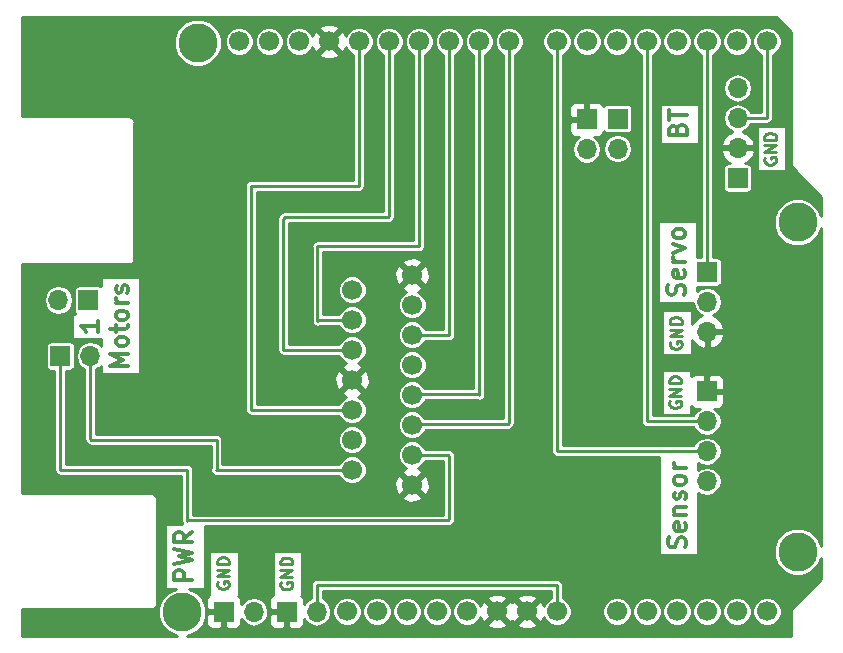
<source format=gbr>
G04 #@! TF.FileFunction,Copper,L1,Top,Signal*
%FSLAX46Y46*%
G04 Gerber Fmt 4.6, Leading zero omitted, Abs format (unit mm)*
G04 Created by KiCad (PCBNEW 4.0.7) date 06/26/18 12:22:48*
%MOMM*%
%LPD*%
G01*
G04 APERTURE LIST*
%ADD10C,0.100000*%
%ADD11C,0.300000*%
%ADD12C,0.250000*%
%ADD13C,3.300000*%
%ADD14C,1.700000*%
%ADD15R,1.700000X1.700000*%
%ADD16O,1.700000X1.700000*%
%ADD17C,0.254000*%
G04 APERTURE END LIST*
D10*
D11*
X112678571Y-126460000D02*
X111178571Y-126460000D01*
X111178571Y-125888572D01*
X111250000Y-125745714D01*
X111321429Y-125674286D01*
X111464286Y-125602857D01*
X111678571Y-125602857D01*
X111821429Y-125674286D01*
X111892857Y-125745714D01*
X111964286Y-125888572D01*
X111964286Y-126460000D01*
X111178571Y-125102857D02*
X112678571Y-124745714D01*
X111607143Y-124460000D01*
X112678571Y-124174286D01*
X111178571Y-123817143D01*
X112678571Y-122388571D02*
X111964286Y-122888571D01*
X112678571Y-123245714D02*
X111178571Y-123245714D01*
X111178571Y-122674286D01*
X111250000Y-122531428D01*
X111321429Y-122460000D01*
X111464286Y-122388571D01*
X111678571Y-122388571D01*
X111821429Y-122460000D01*
X111892857Y-122531428D01*
X111964286Y-122674286D01*
X111964286Y-123245714D01*
X104738571Y-104561428D02*
X104738571Y-105418571D01*
X104738571Y-104989999D02*
X103238571Y-104989999D01*
X103452857Y-105132856D01*
X103595714Y-105275714D01*
X103667143Y-105418571D01*
X107218571Y-108297143D02*
X105718571Y-108297143D01*
X106790000Y-107797143D01*
X105718571Y-107297143D01*
X107218571Y-107297143D01*
X107218571Y-106368571D02*
X107147143Y-106511429D01*
X107075714Y-106582857D01*
X106932857Y-106654286D01*
X106504286Y-106654286D01*
X106361429Y-106582857D01*
X106290000Y-106511429D01*
X106218571Y-106368571D01*
X106218571Y-106154286D01*
X106290000Y-106011429D01*
X106361429Y-105940000D01*
X106504286Y-105868571D01*
X106932857Y-105868571D01*
X107075714Y-105940000D01*
X107147143Y-106011429D01*
X107218571Y-106154286D01*
X107218571Y-106368571D01*
X106218571Y-105440000D02*
X106218571Y-104868571D01*
X105718571Y-105225714D02*
X107004286Y-105225714D01*
X107147143Y-105154286D01*
X107218571Y-105011428D01*
X107218571Y-104868571D01*
X107218571Y-104154285D02*
X107147143Y-104297143D01*
X107075714Y-104368571D01*
X106932857Y-104440000D01*
X106504286Y-104440000D01*
X106361429Y-104368571D01*
X106290000Y-104297143D01*
X106218571Y-104154285D01*
X106218571Y-103940000D01*
X106290000Y-103797143D01*
X106361429Y-103725714D01*
X106504286Y-103654285D01*
X106932857Y-103654285D01*
X107075714Y-103725714D01*
X107147143Y-103797143D01*
X107218571Y-103940000D01*
X107218571Y-104154285D01*
X107218571Y-103011428D02*
X106218571Y-103011428D01*
X106504286Y-103011428D02*
X106361429Y-102940000D01*
X106290000Y-102868571D01*
X106218571Y-102725714D01*
X106218571Y-102582857D01*
X107147143Y-102154286D02*
X107218571Y-102011429D01*
X107218571Y-101725714D01*
X107147143Y-101582857D01*
X107004286Y-101511429D01*
X106932857Y-101511429D01*
X106790000Y-101582857D01*
X106718571Y-101725714D01*
X106718571Y-101940000D01*
X106647143Y-102082857D01*
X106504286Y-102154286D01*
X106432857Y-102154286D01*
X106290000Y-102082857D01*
X106218571Y-101940000D01*
X106218571Y-101725714D01*
X106290000Y-101582857D01*
X153762857Y-88304285D02*
X153834286Y-88089999D01*
X153905714Y-88018571D01*
X154048571Y-87947142D01*
X154262857Y-87947142D01*
X154405714Y-88018571D01*
X154477143Y-88089999D01*
X154548571Y-88232857D01*
X154548571Y-88804285D01*
X153048571Y-88804285D01*
X153048571Y-88304285D01*
X153120000Y-88161428D01*
X153191429Y-88089999D01*
X153334286Y-88018571D01*
X153477143Y-88018571D01*
X153620000Y-88089999D01*
X153691429Y-88161428D01*
X153762857Y-88304285D01*
X153762857Y-88804285D01*
X153048571Y-87518571D02*
X153048571Y-86661428D01*
X154548571Y-87089999D02*
X153048571Y-87089999D01*
X154327143Y-102315714D02*
X154398571Y-102101428D01*
X154398571Y-101744285D01*
X154327143Y-101601428D01*
X154255714Y-101529999D01*
X154112857Y-101458571D01*
X153970000Y-101458571D01*
X153827143Y-101529999D01*
X153755714Y-101601428D01*
X153684286Y-101744285D01*
X153612857Y-102029999D01*
X153541429Y-102172857D01*
X153470000Y-102244285D01*
X153327143Y-102315714D01*
X153184286Y-102315714D01*
X153041429Y-102244285D01*
X152970000Y-102172857D01*
X152898571Y-102029999D01*
X152898571Y-101672857D01*
X152970000Y-101458571D01*
X154327143Y-100244286D02*
X154398571Y-100387143D01*
X154398571Y-100672857D01*
X154327143Y-100815714D01*
X154184286Y-100887143D01*
X153612857Y-100887143D01*
X153470000Y-100815714D01*
X153398571Y-100672857D01*
X153398571Y-100387143D01*
X153470000Y-100244286D01*
X153612857Y-100172857D01*
X153755714Y-100172857D01*
X153898571Y-100887143D01*
X154398571Y-99530000D02*
X153398571Y-99530000D01*
X153684286Y-99530000D02*
X153541429Y-99458572D01*
X153470000Y-99387143D01*
X153398571Y-99244286D01*
X153398571Y-99101429D01*
X153398571Y-98744286D02*
X154398571Y-98387143D01*
X153398571Y-98030001D01*
X154398571Y-97244286D02*
X154327143Y-97387144D01*
X154255714Y-97458572D01*
X154112857Y-97530001D01*
X153684286Y-97530001D01*
X153541429Y-97458572D01*
X153470000Y-97387144D01*
X153398571Y-97244286D01*
X153398571Y-97030001D01*
X153470000Y-96887144D01*
X153541429Y-96815715D01*
X153684286Y-96744286D01*
X154112857Y-96744286D01*
X154255714Y-96815715D01*
X154327143Y-96887144D01*
X154398571Y-97030001D01*
X154398571Y-97244286D01*
X154387143Y-123700000D02*
X154458571Y-123485714D01*
X154458571Y-123128571D01*
X154387143Y-122985714D01*
X154315714Y-122914285D01*
X154172857Y-122842857D01*
X154030000Y-122842857D01*
X153887143Y-122914285D01*
X153815714Y-122985714D01*
X153744286Y-123128571D01*
X153672857Y-123414285D01*
X153601429Y-123557143D01*
X153530000Y-123628571D01*
X153387143Y-123700000D01*
X153244286Y-123700000D01*
X153101429Y-123628571D01*
X153030000Y-123557143D01*
X152958571Y-123414285D01*
X152958571Y-123057143D01*
X153030000Y-122842857D01*
X154387143Y-121628572D02*
X154458571Y-121771429D01*
X154458571Y-122057143D01*
X154387143Y-122200000D01*
X154244286Y-122271429D01*
X153672857Y-122271429D01*
X153530000Y-122200000D01*
X153458571Y-122057143D01*
X153458571Y-121771429D01*
X153530000Y-121628572D01*
X153672857Y-121557143D01*
X153815714Y-121557143D01*
X153958571Y-122271429D01*
X153458571Y-120914286D02*
X154458571Y-120914286D01*
X153601429Y-120914286D02*
X153530000Y-120842858D01*
X153458571Y-120700000D01*
X153458571Y-120485715D01*
X153530000Y-120342858D01*
X153672857Y-120271429D01*
X154458571Y-120271429D01*
X154387143Y-119628572D02*
X154458571Y-119485715D01*
X154458571Y-119200000D01*
X154387143Y-119057143D01*
X154244286Y-118985715D01*
X154172857Y-118985715D01*
X154030000Y-119057143D01*
X153958571Y-119200000D01*
X153958571Y-119414286D01*
X153887143Y-119557143D01*
X153744286Y-119628572D01*
X153672857Y-119628572D01*
X153530000Y-119557143D01*
X153458571Y-119414286D01*
X153458571Y-119200000D01*
X153530000Y-119057143D01*
X154458571Y-118128571D02*
X154387143Y-118271429D01*
X154315714Y-118342857D01*
X154172857Y-118414286D01*
X153744286Y-118414286D01*
X153601429Y-118342857D01*
X153530000Y-118271429D01*
X153458571Y-118128571D01*
X153458571Y-117914286D01*
X153530000Y-117771429D01*
X153601429Y-117700000D01*
X153744286Y-117628571D01*
X154172857Y-117628571D01*
X154315714Y-117700000D01*
X154387143Y-117771429D01*
X154458571Y-117914286D01*
X154458571Y-118128571D01*
X154458571Y-116985714D02*
X153458571Y-116985714D01*
X153744286Y-116985714D02*
X153601429Y-116914286D01*
X153530000Y-116842857D01*
X153458571Y-116700000D01*
X153458571Y-116557143D01*
D12*
X153130000Y-111321904D02*
X153082381Y-111417142D01*
X153082381Y-111559999D01*
X153130000Y-111702857D01*
X153225238Y-111798095D01*
X153320476Y-111845714D01*
X153510952Y-111893333D01*
X153653810Y-111893333D01*
X153844286Y-111845714D01*
X153939524Y-111798095D01*
X154034762Y-111702857D01*
X154082381Y-111559999D01*
X154082381Y-111464761D01*
X154034762Y-111321904D01*
X153987143Y-111274285D01*
X153653810Y-111274285D01*
X153653810Y-111464761D01*
X154082381Y-110845714D02*
X153082381Y-110845714D01*
X154082381Y-110274285D01*
X153082381Y-110274285D01*
X154082381Y-109798095D02*
X153082381Y-109798095D01*
X153082381Y-109560000D01*
X153130000Y-109417142D01*
X153225238Y-109321904D01*
X153320476Y-109274285D01*
X153510952Y-109226666D01*
X153653810Y-109226666D01*
X153844286Y-109274285D01*
X153939524Y-109321904D01*
X154034762Y-109417142D01*
X154082381Y-109560000D01*
X154082381Y-109798095D01*
X153170000Y-106301904D02*
X153122381Y-106397142D01*
X153122381Y-106539999D01*
X153170000Y-106682857D01*
X153265238Y-106778095D01*
X153360476Y-106825714D01*
X153550952Y-106873333D01*
X153693810Y-106873333D01*
X153884286Y-106825714D01*
X153979524Y-106778095D01*
X154074762Y-106682857D01*
X154122381Y-106539999D01*
X154122381Y-106444761D01*
X154074762Y-106301904D01*
X154027143Y-106254285D01*
X153693810Y-106254285D01*
X153693810Y-106444761D01*
X154122381Y-105825714D02*
X153122381Y-105825714D01*
X154122381Y-105254285D01*
X153122381Y-105254285D01*
X154122381Y-104778095D02*
X153122381Y-104778095D01*
X153122381Y-104540000D01*
X153170000Y-104397142D01*
X153265238Y-104301904D01*
X153360476Y-104254285D01*
X153550952Y-104206666D01*
X153693810Y-104206666D01*
X153884286Y-104254285D01*
X153979524Y-104301904D01*
X154074762Y-104397142D01*
X154122381Y-104540000D01*
X154122381Y-104778095D01*
X161170000Y-90711904D02*
X161122381Y-90807142D01*
X161122381Y-90949999D01*
X161170000Y-91092857D01*
X161265238Y-91188095D01*
X161360476Y-91235714D01*
X161550952Y-91283333D01*
X161693810Y-91283333D01*
X161884286Y-91235714D01*
X161979524Y-91188095D01*
X162074762Y-91092857D01*
X162122381Y-90949999D01*
X162122381Y-90854761D01*
X162074762Y-90711904D01*
X162027143Y-90664285D01*
X161693810Y-90664285D01*
X161693810Y-90854761D01*
X162122381Y-90235714D02*
X161122381Y-90235714D01*
X162122381Y-89664285D01*
X161122381Y-89664285D01*
X162122381Y-89188095D02*
X161122381Y-89188095D01*
X161122381Y-88950000D01*
X161170000Y-88807142D01*
X161265238Y-88711904D01*
X161360476Y-88664285D01*
X161550952Y-88616666D01*
X161693810Y-88616666D01*
X161884286Y-88664285D01*
X161979524Y-88711904D01*
X162074762Y-88807142D01*
X162122381Y-88950000D01*
X162122381Y-89188095D01*
X114840000Y-126631904D02*
X114792381Y-126727142D01*
X114792381Y-126869999D01*
X114840000Y-127012857D01*
X114935238Y-127108095D01*
X115030476Y-127155714D01*
X115220952Y-127203333D01*
X115363810Y-127203333D01*
X115554286Y-127155714D01*
X115649524Y-127108095D01*
X115744762Y-127012857D01*
X115792381Y-126869999D01*
X115792381Y-126774761D01*
X115744762Y-126631904D01*
X115697143Y-126584285D01*
X115363810Y-126584285D01*
X115363810Y-126774761D01*
X115792381Y-126155714D02*
X114792381Y-126155714D01*
X115792381Y-125584285D01*
X114792381Y-125584285D01*
X115792381Y-125108095D02*
X114792381Y-125108095D01*
X114792381Y-124870000D01*
X114840000Y-124727142D01*
X114935238Y-124631904D01*
X115030476Y-124584285D01*
X115220952Y-124536666D01*
X115363810Y-124536666D01*
X115554286Y-124584285D01*
X115649524Y-124631904D01*
X115744762Y-124727142D01*
X115792381Y-124870000D01*
X115792381Y-125108095D01*
X120200000Y-126661904D02*
X120152381Y-126757142D01*
X120152381Y-126899999D01*
X120200000Y-127042857D01*
X120295238Y-127138095D01*
X120390476Y-127185714D01*
X120580952Y-127233333D01*
X120723810Y-127233333D01*
X120914286Y-127185714D01*
X121009524Y-127138095D01*
X121104762Y-127042857D01*
X121152381Y-126899999D01*
X121152381Y-126804761D01*
X121104762Y-126661904D01*
X121057143Y-126614285D01*
X120723810Y-126614285D01*
X120723810Y-126804761D01*
X121152381Y-126185714D02*
X120152381Y-126185714D01*
X121152381Y-125614285D01*
X120152381Y-125614285D01*
X121152381Y-125138095D02*
X120152381Y-125138095D01*
X120152381Y-124900000D01*
X120200000Y-124757142D01*
X120295238Y-124661904D01*
X120390476Y-124614285D01*
X120580952Y-124566666D01*
X120723810Y-124566666D01*
X120914286Y-124614285D01*
X121009524Y-124661904D01*
X121104762Y-124757142D01*
X121152381Y-124900000D01*
X121152381Y-125138095D01*
D13*
X163940000Y-124070000D03*
X163940000Y-96170000D03*
X113140000Y-80970000D03*
D14*
X158810000Y-80860000D03*
X156270000Y-80860000D03*
X153730000Y-80860000D03*
X151190000Y-80860000D03*
X148650000Y-80860000D03*
X146110000Y-80860000D03*
X143570000Y-80860000D03*
X161350000Y-80860000D03*
X139510000Y-80860000D03*
X136970000Y-80860000D03*
X134430000Y-80860000D03*
X131890000Y-80860000D03*
X129350000Y-80860000D03*
X126810000Y-80860000D03*
X124270000Y-80860000D03*
X121730000Y-80860000D03*
X119190000Y-80860000D03*
X161350000Y-129120000D03*
X158810000Y-129120000D03*
X156270000Y-129120000D03*
X153730000Y-129120000D03*
X151190000Y-129120000D03*
X148650000Y-129120000D03*
X143570000Y-129120000D03*
X141030000Y-129120000D03*
X138490000Y-129120000D03*
X135950000Y-129120000D03*
X133410000Y-129120000D03*
X130870000Y-129120000D03*
X128330000Y-129120000D03*
X125790000Y-129120000D03*
X116650000Y-80860000D03*
D13*
X111840000Y-129170000D03*
D15*
X103880000Y-102750000D03*
D16*
X101340000Y-102750000D03*
D15*
X101510000Y-107490000D03*
D16*
X104050000Y-107490000D03*
D15*
X156260000Y-110470000D03*
D16*
X156260000Y-113010000D03*
X156260000Y-115550000D03*
X156260000Y-118090000D03*
D15*
X158860000Y-92420000D03*
D16*
X158860000Y-89880000D03*
X158860000Y-87340000D03*
X158860000Y-84800000D03*
D14*
X131300000Y-118410000D03*
X126220000Y-117140000D03*
X131300000Y-115870000D03*
X126220000Y-114600000D03*
X131300000Y-113330000D03*
X126220000Y-112060000D03*
X131300000Y-110790000D03*
X126220000Y-109520000D03*
X131300000Y-108250000D03*
X126220000Y-106980000D03*
X131300000Y-105710000D03*
X126220000Y-104440000D03*
X131300000Y-103170000D03*
X126220000Y-101900000D03*
X131300000Y-100630000D03*
D15*
X156290000Y-100370000D03*
D16*
X156290000Y-102910000D03*
X156290000Y-105450000D03*
D15*
X148700000Y-87400000D03*
D16*
X148700000Y-89940000D03*
D15*
X146080000Y-87440000D03*
D16*
X146080000Y-89980000D03*
D15*
X120670000Y-129140000D03*
D16*
X123210000Y-129140000D03*
D15*
X115360000Y-129140000D03*
D16*
X117900000Y-129140000D03*
D12*
X156260000Y-113010000D02*
X151150000Y-113010000D01*
X151190000Y-112970000D02*
X151190000Y-80860000D01*
X151150000Y-113010000D02*
X151190000Y-112970000D01*
X156260000Y-115550000D02*
X143620000Y-115550000D01*
X143570000Y-115500000D02*
X143570000Y-80860000D01*
X143620000Y-115550000D02*
X143570000Y-115500000D01*
X156290000Y-100370000D02*
X156290000Y-80880000D01*
X156290000Y-80880000D02*
X156270000Y-80860000D01*
X131360000Y-113270000D02*
X132940000Y-113270000D01*
X139380000Y-113270000D02*
X139480000Y-113170000D01*
X139480000Y-113170000D02*
X139480000Y-80890000D01*
X132940000Y-113270000D02*
X139380000Y-113270000D01*
X131360000Y-113270000D02*
X131300000Y-113330000D01*
X139480000Y-80890000D02*
X139510000Y-80860000D01*
X131360000Y-110730000D02*
X132940000Y-110730000D01*
X136950000Y-110730000D02*
X136990000Y-110770000D01*
X136990000Y-110770000D02*
X136990000Y-80880000D01*
X132940000Y-110730000D02*
X136950000Y-110730000D01*
X131360000Y-110730000D02*
X131300000Y-110790000D01*
X136990000Y-80880000D02*
X136970000Y-80860000D01*
X131300000Y-105710000D02*
X134440000Y-105710000D01*
X134450000Y-105720000D02*
X134450000Y-80880000D01*
X134440000Y-105710000D02*
X134450000Y-105720000D01*
X134450000Y-80880000D02*
X134430000Y-80860000D01*
X126220000Y-104440000D02*
X123340000Y-104440000D01*
X131890000Y-98180000D02*
X131890000Y-80860000D01*
X131860000Y-98210000D02*
X131890000Y-98180000D01*
X123260000Y-98210000D02*
X131860000Y-98210000D01*
X123290000Y-98240000D02*
X123260000Y-98210000D01*
X123290000Y-104490000D02*
X123290000Y-98240000D01*
X123340000Y-104440000D02*
X123290000Y-104490000D01*
X126220000Y-106980000D02*
X120400000Y-106980000D01*
X129350000Y-95640000D02*
X129350000Y-80860000D01*
X129240000Y-95750000D02*
X129350000Y-95640000D01*
X120510000Y-95750000D02*
X129240000Y-95750000D01*
X120400000Y-95860000D02*
X120510000Y-95750000D01*
X120400000Y-106980000D02*
X120400000Y-95860000D01*
X158860000Y-87340000D02*
X161340000Y-87340000D01*
X161350000Y-87330000D02*
X161350000Y-80860000D01*
X161340000Y-87340000D02*
X161350000Y-87330000D01*
X123210000Y-129140000D02*
X123210000Y-126900000D01*
X123210000Y-126900000D02*
X123230000Y-126880000D01*
X143570000Y-129120000D02*
X143570000Y-126890000D01*
X123230000Y-126880000D02*
X123220000Y-126870000D01*
X143580000Y-126880000D02*
X123230000Y-126880000D01*
X143570000Y-126890000D02*
X143580000Y-126880000D01*
X112270000Y-121420000D02*
X112270000Y-117160000D01*
X101510000Y-117110000D02*
X101510000Y-107490000D01*
X101500000Y-117120000D02*
X101510000Y-117110000D01*
X112230000Y-117120000D02*
X101500000Y-117120000D01*
X112270000Y-117160000D02*
X112230000Y-117120000D01*
X113690000Y-121420000D02*
X112270000Y-121420000D01*
X134380000Y-115870000D02*
X134450000Y-115940000D01*
X134450000Y-115940000D02*
X134450000Y-121310000D01*
X134450000Y-121310000D02*
X134340000Y-121420000D01*
X134340000Y-121420000D02*
X113690000Y-121420000D01*
X131300000Y-115870000D02*
X134380000Y-115870000D01*
X112270000Y-121420000D02*
X112260000Y-121430000D01*
X104050000Y-107490000D02*
X104050000Y-114520000D01*
X104050000Y-114520000D02*
X104110000Y-114580000D01*
X114740000Y-117140000D02*
X114740000Y-114600000D01*
X104110000Y-114580000D02*
X104080000Y-114550000D01*
X114720000Y-114580000D02*
X104110000Y-114580000D01*
X114740000Y-114600000D02*
X114720000Y-114580000D01*
X126220000Y-117140000D02*
X114740000Y-117140000D01*
X114740000Y-117140000D02*
X114720000Y-117120000D01*
X114720000Y-117120000D02*
X114680000Y-117160000D01*
X126220000Y-112060000D02*
X117700000Y-112060000D01*
X126790000Y-93100000D02*
X126790000Y-80880000D01*
X126760000Y-93070000D02*
X126790000Y-93100000D01*
X117660000Y-93070000D02*
X126760000Y-93070000D01*
X117650000Y-93080000D02*
X117660000Y-93070000D01*
X117650000Y-112010000D02*
X117650000Y-93080000D01*
X117700000Y-112060000D02*
X117650000Y-112010000D01*
X126790000Y-80880000D02*
X126810000Y-80860000D01*
D17*
G36*
X163384000Y-80018881D02*
X163384000Y-91270000D01*
X163418711Y-91444504D01*
X163517559Y-91592441D01*
X165934000Y-94008881D01*
X165934000Y-95677382D01*
X165662802Y-95021034D01*
X165091971Y-94449206D01*
X164345763Y-94139353D01*
X163537781Y-94138648D01*
X162791034Y-94447198D01*
X162219206Y-95018029D01*
X161909353Y-95764237D01*
X161908648Y-96572219D01*
X162217198Y-97318966D01*
X162788029Y-97890794D01*
X163534237Y-98200647D01*
X164342219Y-98201352D01*
X165088966Y-97892802D01*
X165660794Y-97321971D01*
X165934000Y-96664019D01*
X165934000Y-123577382D01*
X165662802Y-122921034D01*
X165091971Y-122349206D01*
X164345763Y-122039353D01*
X163537781Y-122038648D01*
X162791034Y-122347198D01*
X162219206Y-122918029D01*
X161909353Y-123664237D01*
X161908648Y-124472219D01*
X162217198Y-125218966D01*
X162788029Y-125790794D01*
X163534237Y-126100647D01*
X164342219Y-126101352D01*
X165088966Y-125792802D01*
X165660794Y-125221971D01*
X165934000Y-124564019D01*
X165934000Y-126371119D01*
X163507559Y-128797559D01*
X163408711Y-128945496D01*
X163374000Y-129120000D01*
X163374000Y-131194000D01*
X112260012Y-131194000D01*
X112988966Y-130892802D01*
X113560794Y-130321971D01*
X113870647Y-129575763D01*
X113870777Y-129425750D01*
X113875000Y-129425750D01*
X113875000Y-130116309D01*
X113971673Y-130349698D01*
X114150301Y-130528327D01*
X114383690Y-130625000D01*
X115074250Y-130625000D01*
X115233000Y-130466250D01*
X115233000Y-129267000D01*
X114033750Y-129267000D01*
X113875000Y-129425750D01*
X113870777Y-129425750D01*
X113871352Y-128767781D01*
X113621747Y-128163691D01*
X113875000Y-128163691D01*
X113875000Y-128854250D01*
X114033750Y-129013000D01*
X115233000Y-129013000D01*
X115233000Y-128993000D01*
X115487000Y-128993000D01*
X115487000Y-129013000D01*
X115507000Y-129013000D01*
X115507000Y-129267000D01*
X115487000Y-129267000D01*
X115487000Y-130466250D01*
X115645750Y-130625000D01*
X116336310Y-130625000D01*
X116569699Y-130528327D01*
X116748327Y-130349698D01*
X116845000Y-130116309D01*
X116845000Y-129758364D01*
X117029552Y-130034565D01*
X117428917Y-130301413D01*
X117900000Y-130395117D01*
X118371083Y-130301413D01*
X118770448Y-130034565D01*
X119037296Y-129635200D01*
X119078958Y-129425750D01*
X119185000Y-129425750D01*
X119185000Y-130116309D01*
X119281673Y-130349698D01*
X119460301Y-130528327D01*
X119693690Y-130625000D01*
X120384250Y-130625000D01*
X120543000Y-130466250D01*
X120543000Y-129267000D01*
X119343750Y-129267000D01*
X119185000Y-129425750D01*
X119078958Y-129425750D01*
X119131000Y-129164117D01*
X119131000Y-129115883D01*
X119037296Y-128644800D01*
X118770448Y-128245435D01*
X118648110Y-128163691D01*
X119185000Y-128163691D01*
X119185000Y-128854250D01*
X119343750Y-129013000D01*
X120543000Y-129013000D01*
X120543000Y-128993000D01*
X120797000Y-128993000D01*
X120797000Y-129013000D01*
X120817000Y-129013000D01*
X120817000Y-129267000D01*
X120797000Y-129267000D01*
X120797000Y-130466250D01*
X120955750Y-130625000D01*
X121646310Y-130625000D01*
X121879699Y-130528327D01*
X122058327Y-130349698D01*
X122155000Y-130116309D01*
X122155000Y-129758364D01*
X122339552Y-130034565D01*
X122738917Y-130301413D01*
X123210000Y-130395117D01*
X123681083Y-130301413D01*
X124080448Y-130034565D01*
X124347296Y-129635200D01*
X124401283Y-129363787D01*
X124558787Y-129363787D01*
X124745800Y-129816395D01*
X125091784Y-130162983D01*
X125544065Y-130350786D01*
X126033787Y-130351213D01*
X126486395Y-130164200D01*
X126832983Y-129818216D01*
X127020786Y-129365935D01*
X127020787Y-129363787D01*
X127098787Y-129363787D01*
X127285800Y-129816395D01*
X127631784Y-130162983D01*
X128084065Y-130350786D01*
X128573787Y-130351213D01*
X129026395Y-130164200D01*
X129372983Y-129818216D01*
X129560786Y-129365935D01*
X129560787Y-129363787D01*
X129638787Y-129363787D01*
X129825800Y-129816395D01*
X130171784Y-130162983D01*
X130624065Y-130350786D01*
X131113787Y-130351213D01*
X131566395Y-130164200D01*
X131912983Y-129818216D01*
X132100786Y-129365935D01*
X132100787Y-129363787D01*
X132178787Y-129363787D01*
X132365800Y-129816395D01*
X132711784Y-130162983D01*
X133164065Y-130350786D01*
X133653787Y-130351213D01*
X134106395Y-130164200D01*
X134452983Y-129818216D01*
X134640786Y-129365935D01*
X134640787Y-129363787D01*
X134718787Y-129363787D01*
X134905800Y-129816395D01*
X135251784Y-130162983D01*
X135704065Y-130350786D01*
X136193787Y-130351213D01*
X136646395Y-130164200D01*
X136646637Y-130163958D01*
X137625647Y-130163958D01*
X137705920Y-130415259D01*
X138261279Y-130616718D01*
X138851458Y-130590315D01*
X139274080Y-130415259D01*
X139354353Y-130163958D01*
X140165647Y-130163958D01*
X140245920Y-130415259D01*
X140801279Y-130616718D01*
X141391458Y-130590315D01*
X141814080Y-130415259D01*
X141894353Y-130163958D01*
X141030000Y-129299605D01*
X140165647Y-130163958D01*
X139354353Y-130163958D01*
X138490000Y-129299605D01*
X137625647Y-130163958D01*
X136646637Y-130163958D01*
X136992983Y-129818216D01*
X137076181Y-129617852D01*
X137194741Y-129904080D01*
X137446042Y-129984353D01*
X138310395Y-129120000D01*
X138669605Y-129120000D01*
X139533958Y-129984353D01*
X139760000Y-129912148D01*
X139986042Y-129984353D01*
X140850395Y-129120000D01*
X139986042Y-128255647D01*
X139760000Y-128327852D01*
X139533958Y-128255647D01*
X138669605Y-129120000D01*
X138310395Y-129120000D01*
X137446042Y-128255647D01*
X137194741Y-128335920D01*
X137084050Y-128641060D01*
X136994200Y-128423605D01*
X136648216Y-128077017D01*
X136645868Y-128076042D01*
X137625647Y-128076042D01*
X138490000Y-128940395D01*
X139354353Y-128076042D01*
X140165647Y-128076042D01*
X141030000Y-128940395D01*
X141894353Y-128076042D01*
X141814080Y-127824741D01*
X141258721Y-127623282D01*
X140668542Y-127649685D01*
X140245920Y-127824741D01*
X140165647Y-128076042D01*
X139354353Y-128076042D01*
X139274080Y-127824741D01*
X138718721Y-127623282D01*
X138128542Y-127649685D01*
X137705920Y-127824741D01*
X137625647Y-128076042D01*
X136645868Y-128076042D01*
X136195935Y-127889214D01*
X135706213Y-127888787D01*
X135253605Y-128075800D01*
X134907017Y-128421784D01*
X134719214Y-128874065D01*
X134718787Y-129363787D01*
X134640787Y-129363787D01*
X134641213Y-128876213D01*
X134454200Y-128423605D01*
X134108216Y-128077017D01*
X133655935Y-127889214D01*
X133166213Y-127888787D01*
X132713605Y-128075800D01*
X132367017Y-128421784D01*
X132179214Y-128874065D01*
X132178787Y-129363787D01*
X132100787Y-129363787D01*
X132101213Y-128876213D01*
X131914200Y-128423605D01*
X131568216Y-128077017D01*
X131115935Y-127889214D01*
X130626213Y-127888787D01*
X130173605Y-128075800D01*
X129827017Y-128421784D01*
X129639214Y-128874065D01*
X129638787Y-129363787D01*
X129560787Y-129363787D01*
X129561213Y-128876213D01*
X129374200Y-128423605D01*
X129028216Y-128077017D01*
X128575935Y-127889214D01*
X128086213Y-127888787D01*
X127633605Y-128075800D01*
X127287017Y-128421784D01*
X127099214Y-128874065D01*
X127098787Y-129363787D01*
X127020787Y-129363787D01*
X127021213Y-128876213D01*
X126834200Y-128423605D01*
X126488216Y-128077017D01*
X126035935Y-127889214D01*
X125546213Y-127888787D01*
X125093605Y-128075800D01*
X124747017Y-128421784D01*
X124559214Y-128874065D01*
X124558787Y-129363787D01*
X124401283Y-129363787D01*
X124441000Y-129164117D01*
X124441000Y-129115883D01*
X124347296Y-128644800D01*
X124080448Y-128245435D01*
X123716000Y-128001918D01*
X123716000Y-127386000D01*
X143064000Y-127386000D01*
X143064000Y-127997131D01*
X142873605Y-128075800D01*
X142527017Y-128421784D01*
X142443819Y-128622148D01*
X142325259Y-128335920D01*
X142073958Y-128255647D01*
X141209605Y-129120000D01*
X142073958Y-129984353D01*
X142325259Y-129904080D01*
X142435950Y-129598940D01*
X142525800Y-129816395D01*
X142871784Y-130162983D01*
X143324065Y-130350786D01*
X143813787Y-130351213D01*
X144266395Y-130164200D01*
X144612983Y-129818216D01*
X144800786Y-129365935D01*
X144800787Y-129363787D01*
X147418787Y-129363787D01*
X147605800Y-129816395D01*
X147951784Y-130162983D01*
X148404065Y-130350786D01*
X148893787Y-130351213D01*
X149346395Y-130164200D01*
X149692983Y-129818216D01*
X149880786Y-129365935D01*
X149880787Y-129363787D01*
X149958787Y-129363787D01*
X150145800Y-129816395D01*
X150491784Y-130162983D01*
X150944065Y-130350786D01*
X151433787Y-130351213D01*
X151886395Y-130164200D01*
X152232983Y-129818216D01*
X152420786Y-129365935D01*
X152420787Y-129363787D01*
X152498787Y-129363787D01*
X152685800Y-129816395D01*
X153031784Y-130162983D01*
X153484065Y-130350786D01*
X153973787Y-130351213D01*
X154426395Y-130164200D01*
X154772983Y-129818216D01*
X154960786Y-129365935D01*
X154960787Y-129363787D01*
X155038787Y-129363787D01*
X155225800Y-129816395D01*
X155571784Y-130162983D01*
X156024065Y-130350786D01*
X156513787Y-130351213D01*
X156966395Y-130164200D01*
X157312983Y-129818216D01*
X157500786Y-129365935D01*
X157500787Y-129363787D01*
X157578787Y-129363787D01*
X157765800Y-129816395D01*
X158111784Y-130162983D01*
X158564065Y-130350786D01*
X159053787Y-130351213D01*
X159506395Y-130164200D01*
X159852983Y-129818216D01*
X160040786Y-129365935D01*
X160040787Y-129363787D01*
X160118787Y-129363787D01*
X160305800Y-129816395D01*
X160651784Y-130162983D01*
X161104065Y-130350786D01*
X161593787Y-130351213D01*
X162046395Y-130164200D01*
X162392983Y-129818216D01*
X162580786Y-129365935D01*
X162581213Y-128876213D01*
X162394200Y-128423605D01*
X162048216Y-128077017D01*
X161595935Y-127889214D01*
X161106213Y-127888787D01*
X160653605Y-128075800D01*
X160307017Y-128421784D01*
X160119214Y-128874065D01*
X160118787Y-129363787D01*
X160040787Y-129363787D01*
X160041213Y-128876213D01*
X159854200Y-128423605D01*
X159508216Y-128077017D01*
X159055935Y-127889214D01*
X158566213Y-127888787D01*
X158113605Y-128075800D01*
X157767017Y-128421784D01*
X157579214Y-128874065D01*
X157578787Y-129363787D01*
X157500787Y-129363787D01*
X157501213Y-128876213D01*
X157314200Y-128423605D01*
X156968216Y-128077017D01*
X156515935Y-127889214D01*
X156026213Y-127888787D01*
X155573605Y-128075800D01*
X155227017Y-128421784D01*
X155039214Y-128874065D01*
X155038787Y-129363787D01*
X154960787Y-129363787D01*
X154961213Y-128876213D01*
X154774200Y-128423605D01*
X154428216Y-128077017D01*
X153975935Y-127889214D01*
X153486213Y-127888787D01*
X153033605Y-128075800D01*
X152687017Y-128421784D01*
X152499214Y-128874065D01*
X152498787Y-129363787D01*
X152420787Y-129363787D01*
X152421213Y-128876213D01*
X152234200Y-128423605D01*
X151888216Y-128077017D01*
X151435935Y-127889214D01*
X150946213Y-127888787D01*
X150493605Y-128075800D01*
X150147017Y-128421784D01*
X149959214Y-128874065D01*
X149958787Y-129363787D01*
X149880787Y-129363787D01*
X149881213Y-128876213D01*
X149694200Y-128423605D01*
X149348216Y-128077017D01*
X148895935Y-127889214D01*
X148406213Y-127888787D01*
X147953605Y-128075800D01*
X147607017Y-128421784D01*
X147419214Y-128874065D01*
X147418787Y-129363787D01*
X144800787Y-129363787D01*
X144801213Y-128876213D01*
X144614200Y-128423605D01*
X144268216Y-128077017D01*
X144076000Y-127997202D01*
X144076000Y-126930273D01*
X144086000Y-126880000D01*
X144047483Y-126686362D01*
X143937796Y-126522204D01*
X143773638Y-126412517D01*
X143580000Y-126374000D01*
X123270273Y-126374000D01*
X123220000Y-126364000D01*
X123026362Y-126402517D01*
X122862204Y-126512204D01*
X122752517Y-126676362D01*
X122748259Y-126697769D01*
X122742517Y-126706362D01*
X122704000Y-126900000D01*
X122704000Y-128001918D01*
X122339552Y-128245435D01*
X122155000Y-128521636D01*
X122155000Y-128163691D01*
X122058327Y-127930302D01*
X121932835Y-127804809D01*
X122006000Y-127804809D01*
X122006000Y-123995190D01*
X119494000Y-123995190D01*
X119494000Y-127737714D01*
X119460301Y-127751673D01*
X119281673Y-127930302D01*
X119185000Y-128163691D01*
X118648110Y-128163691D01*
X118371083Y-127978587D01*
X117900000Y-127884883D01*
X117428917Y-127978587D01*
X117029552Y-128245435D01*
X116845000Y-128521636D01*
X116845000Y-128163691D01*
X116748327Y-127930302D01*
X116592835Y-127774809D01*
X116646000Y-127774809D01*
X116646000Y-123965190D01*
X114134000Y-123965190D01*
X114134000Y-127767974D01*
X113971673Y-127930302D01*
X113875000Y-128163691D01*
X113621747Y-128163691D01*
X113562802Y-128021034D01*
X112991971Y-127449206D01*
X112387345Y-127198143D01*
X113731000Y-127198143D01*
X113731000Y-121926000D01*
X134340000Y-121926000D01*
X134533638Y-121887483D01*
X134697796Y-121777796D01*
X134807796Y-121667796D01*
X134917483Y-121503638D01*
X134956000Y-121310000D01*
X134956000Y-115940000D01*
X134917483Y-115746362D01*
X134807796Y-115582204D01*
X134737796Y-115512204D01*
X134573638Y-115402517D01*
X134380000Y-115364000D01*
X132422869Y-115364000D01*
X132344200Y-115173605D01*
X131998216Y-114827017D01*
X131545935Y-114639214D01*
X131056213Y-114638787D01*
X130603605Y-114825800D01*
X130257017Y-115171784D01*
X130069214Y-115624065D01*
X130068787Y-116113787D01*
X130255800Y-116566395D01*
X130601784Y-116912983D01*
X130802148Y-116996181D01*
X130515920Y-117114741D01*
X130435647Y-117366042D01*
X131300000Y-118230395D01*
X132164353Y-117366042D01*
X132084080Y-117114741D01*
X131778940Y-117004050D01*
X131996395Y-116914200D01*
X132342983Y-116568216D01*
X132422798Y-116376000D01*
X133944000Y-116376000D01*
X133944000Y-120914000D01*
X112776000Y-120914000D01*
X112776000Y-119453958D01*
X130435647Y-119453958D01*
X130515920Y-119705259D01*
X131071279Y-119906718D01*
X131661458Y-119880315D01*
X132084080Y-119705259D01*
X132164353Y-119453958D01*
X131300000Y-118589605D01*
X130435647Y-119453958D01*
X112776000Y-119453958D01*
X112776000Y-117160000D01*
X112737483Y-116966362D01*
X112627796Y-116802204D01*
X112587796Y-116762204D01*
X112423638Y-116652517D01*
X112230000Y-116614000D01*
X102016000Y-116614000D01*
X102016000Y-108728464D01*
X102360000Y-108728464D01*
X102501190Y-108701897D01*
X102630865Y-108618454D01*
X102717859Y-108491134D01*
X102748464Y-108340000D01*
X102748464Y-106640000D01*
X102721897Y-106498810D01*
X102638454Y-106369135D01*
X102511134Y-106282141D01*
X102360000Y-106251536D01*
X100660000Y-106251536D01*
X100518810Y-106278103D01*
X100389135Y-106361546D01*
X100302141Y-106488866D01*
X100271536Y-106640000D01*
X100271536Y-108340000D01*
X100298103Y-108481190D01*
X100381546Y-108610865D01*
X100508866Y-108697859D01*
X100660000Y-108728464D01*
X101004000Y-108728464D01*
X101004000Y-117069727D01*
X100994000Y-117120000D01*
X101032517Y-117313638D01*
X101142204Y-117477796D01*
X101306362Y-117587483D01*
X101500000Y-117626000D01*
X111764000Y-117626000D01*
X111764000Y-121379727D01*
X111754000Y-121430000D01*
X111792517Y-121623638D01*
X111858145Y-121721857D01*
X110419000Y-121721857D01*
X110419000Y-127198143D01*
X111293792Y-127198143D01*
X110691034Y-127447198D01*
X110119206Y-128018029D01*
X109809353Y-128764237D01*
X109808648Y-129572219D01*
X110117198Y-130318966D01*
X110688029Y-130890794D01*
X111418229Y-131194000D01*
X98236000Y-131194000D01*
X98236000Y-128936000D01*
X109240000Y-128936000D01*
X109414504Y-128901289D01*
X109562441Y-128802441D01*
X109661289Y-128654504D01*
X109696000Y-128480000D01*
X109696000Y-119580000D01*
X109661289Y-119405496D01*
X109562441Y-119257559D01*
X109414504Y-119158711D01*
X109240000Y-119124000D01*
X98246000Y-119124000D01*
X98246000Y-102725883D01*
X100109000Y-102725883D01*
X100109000Y-102774117D01*
X100202704Y-103245200D01*
X100469552Y-103644565D01*
X100868917Y-103911413D01*
X101340000Y-104005117D01*
X101811083Y-103911413D01*
X101836074Y-103894714D01*
X102479000Y-103894714D01*
X102479000Y-106085285D01*
X104959000Y-106085285D01*
X104959000Y-106653132D01*
X104920448Y-106595435D01*
X104521083Y-106328587D01*
X104050000Y-106234883D01*
X103578917Y-106328587D01*
X103179552Y-106595435D01*
X102912704Y-106994800D01*
X102819000Y-107465883D01*
X102819000Y-107514117D01*
X102912704Y-107985200D01*
X103179552Y-108384565D01*
X103544000Y-108628082D01*
X103544000Y-114520000D01*
X103582517Y-114713638D01*
X103692204Y-114877796D01*
X103752204Y-114937796D01*
X103916362Y-115047483D01*
X104110000Y-115086000D01*
X114234000Y-115086000D01*
X114234000Y-116934210D01*
X114212517Y-116966362D01*
X114174000Y-117160000D01*
X114212517Y-117353638D01*
X114322204Y-117517796D01*
X114486362Y-117627483D01*
X114680000Y-117666000D01*
X114780547Y-117646000D01*
X125097131Y-117646000D01*
X125175800Y-117836395D01*
X125521784Y-118182983D01*
X125974065Y-118370786D01*
X126463787Y-118371213D01*
X126916395Y-118184200D01*
X126919321Y-118181279D01*
X129803282Y-118181279D01*
X129829685Y-118771458D01*
X130004741Y-119194080D01*
X130256042Y-119274353D01*
X131120395Y-118410000D01*
X131479605Y-118410000D01*
X132343958Y-119274353D01*
X132595259Y-119194080D01*
X132796718Y-118638721D01*
X132770315Y-118048542D01*
X132595259Y-117625920D01*
X132343958Y-117545647D01*
X131479605Y-118410000D01*
X131120395Y-118410000D01*
X130256042Y-117545647D01*
X130004741Y-117625920D01*
X129803282Y-118181279D01*
X126919321Y-118181279D01*
X127262983Y-117838216D01*
X127450786Y-117385935D01*
X127451213Y-116896213D01*
X127264200Y-116443605D01*
X126918216Y-116097017D01*
X126465935Y-115909214D01*
X125976213Y-115908787D01*
X125523605Y-116095800D01*
X125177017Y-116441784D01*
X125097202Y-116634000D01*
X115246000Y-116634000D01*
X115246000Y-114843787D01*
X124988787Y-114843787D01*
X125175800Y-115296395D01*
X125521784Y-115642983D01*
X125974065Y-115830786D01*
X126463787Y-115831213D01*
X126916395Y-115644200D01*
X127262983Y-115298216D01*
X127450786Y-114845935D01*
X127451213Y-114356213D01*
X127264200Y-113903605D01*
X126934957Y-113573787D01*
X130068787Y-113573787D01*
X130255800Y-114026395D01*
X130601784Y-114372983D01*
X131054065Y-114560786D01*
X131543787Y-114561213D01*
X131996395Y-114374200D01*
X132342983Y-114028216D01*
X132447712Y-113776000D01*
X139380000Y-113776000D01*
X139573638Y-113737483D01*
X139737796Y-113627796D01*
X139837796Y-113527796D01*
X139947483Y-113363638D01*
X139986000Y-113170000D01*
X139986000Y-81995265D01*
X140206395Y-81904200D01*
X140552983Y-81558216D01*
X140740786Y-81105935D01*
X140740787Y-81103787D01*
X142338787Y-81103787D01*
X142525800Y-81556395D01*
X142871784Y-81902983D01*
X143064000Y-81982798D01*
X143064000Y-115500000D01*
X143102517Y-115693638D01*
X143212204Y-115857796D01*
X143262204Y-115907796D01*
X143426362Y-116017483D01*
X143620000Y-116056000D01*
X152199000Y-116056000D01*
X152199000Y-124366714D01*
X155511000Y-124366714D01*
X155511000Y-119057712D01*
X155764800Y-119227296D01*
X156235883Y-119321000D01*
X156284117Y-119321000D01*
X156755200Y-119227296D01*
X157154565Y-118960448D01*
X157421413Y-118561083D01*
X157515117Y-118090000D01*
X157421413Y-117618917D01*
X157154565Y-117219552D01*
X156755200Y-116952704D01*
X156284117Y-116859000D01*
X156235883Y-116859000D01*
X155764800Y-116952704D01*
X155511000Y-117122288D01*
X155511000Y-116517712D01*
X155764800Y-116687296D01*
X156235883Y-116781000D01*
X156284117Y-116781000D01*
X156755200Y-116687296D01*
X157154565Y-116420448D01*
X157421413Y-116021083D01*
X157515117Y-115550000D01*
X157421413Y-115078917D01*
X157154565Y-114679552D01*
X156755200Y-114412704D01*
X156284117Y-114319000D01*
X156235883Y-114319000D01*
X155764800Y-114412704D01*
X155365435Y-114679552D01*
X155121918Y-115044000D01*
X144076000Y-115044000D01*
X144076000Y-87725750D01*
X144595000Y-87725750D01*
X144595000Y-88416310D01*
X144691673Y-88649699D01*
X144870302Y-88828327D01*
X145103691Y-88925000D01*
X145461636Y-88925000D01*
X145185435Y-89109552D01*
X144918587Y-89508917D01*
X144824883Y-89980000D01*
X144918587Y-90451083D01*
X145185435Y-90850448D01*
X145584800Y-91117296D01*
X146055883Y-91211000D01*
X146104117Y-91211000D01*
X146575200Y-91117296D01*
X146974565Y-90850448D01*
X147241413Y-90451083D01*
X147335117Y-89980000D01*
X147327161Y-89940000D01*
X147444883Y-89940000D01*
X147538587Y-90411083D01*
X147805435Y-90810448D01*
X148204800Y-91077296D01*
X148675883Y-91171000D01*
X148724117Y-91171000D01*
X149195200Y-91077296D01*
X149594565Y-90810448D01*
X149861413Y-90411083D01*
X149955117Y-89940000D01*
X149861413Y-89468917D01*
X149594565Y-89069552D01*
X149195200Y-88802704D01*
X148724117Y-88709000D01*
X148675883Y-88709000D01*
X148204800Y-88802704D01*
X147805435Y-89069552D01*
X147538587Y-89468917D01*
X147444883Y-89940000D01*
X147327161Y-89940000D01*
X147241413Y-89508917D01*
X146974565Y-89109552D01*
X146698364Y-88925000D01*
X147056309Y-88925000D01*
X147289698Y-88828327D01*
X147468327Y-88649699D01*
X147541216Y-88473730D01*
X147571546Y-88520865D01*
X147698866Y-88607859D01*
X147850000Y-88638464D01*
X149550000Y-88638464D01*
X149691190Y-88611897D01*
X149820865Y-88528454D01*
X149907859Y-88401134D01*
X149938464Y-88250000D01*
X149938464Y-86550000D01*
X149911897Y-86408810D01*
X149828454Y-86279135D01*
X149701134Y-86192141D01*
X149550000Y-86161536D01*
X147850000Y-86161536D01*
X147708810Y-86188103D01*
X147579135Y-86271546D01*
X147520785Y-86356945D01*
X147468327Y-86230301D01*
X147289698Y-86051673D01*
X147056309Y-85955000D01*
X146365750Y-85955000D01*
X146207000Y-86113750D01*
X146207000Y-87313000D01*
X146227000Y-87313000D01*
X146227000Y-87567000D01*
X146207000Y-87567000D01*
X146207000Y-87587000D01*
X145953000Y-87587000D01*
X145953000Y-87567000D01*
X144753750Y-87567000D01*
X144595000Y-87725750D01*
X144076000Y-87725750D01*
X144076000Y-86463690D01*
X144595000Y-86463690D01*
X144595000Y-87154250D01*
X144753750Y-87313000D01*
X145953000Y-87313000D01*
X145953000Y-86113750D01*
X145794250Y-85955000D01*
X145103691Y-85955000D01*
X144870302Y-86051673D01*
X144691673Y-86230301D01*
X144595000Y-86463690D01*
X144076000Y-86463690D01*
X144076000Y-81982869D01*
X144266395Y-81904200D01*
X144612983Y-81558216D01*
X144800786Y-81105935D01*
X144800787Y-81103787D01*
X144878787Y-81103787D01*
X145065800Y-81556395D01*
X145411784Y-81902983D01*
X145864065Y-82090786D01*
X146353787Y-82091213D01*
X146806395Y-81904200D01*
X147152983Y-81558216D01*
X147340786Y-81105935D01*
X147340787Y-81103787D01*
X147418787Y-81103787D01*
X147605800Y-81556395D01*
X147951784Y-81902983D01*
X148404065Y-82090786D01*
X148893787Y-82091213D01*
X149346395Y-81904200D01*
X149692983Y-81558216D01*
X149880786Y-81105935D01*
X149880787Y-81103787D01*
X149958787Y-81103787D01*
X150145800Y-81556395D01*
X150491784Y-81902983D01*
X150684000Y-81982798D01*
X150684000Y-112814143D01*
X150682517Y-112816362D01*
X150644000Y-113010000D01*
X150682517Y-113203638D01*
X150792204Y-113367796D01*
X150956362Y-113477483D01*
X151150000Y-113516000D01*
X155121918Y-113516000D01*
X155365435Y-113880448D01*
X155764800Y-114147296D01*
X156235883Y-114241000D01*
X156284117Y-114241000D01*
X156755200Y-114147296D01*
X157154565Y-113880448D01*
X157421413Y-113481083D01*
X157515117Y-113010000D01*
X157421413Y-112538917D01*
X157154565Y-112139552D01*
X156878364Y-111955000D01*
X157236309Y-111955000D01*
X157469698Y-111858327D01*
X157648327Y-111679699D01*
X157745000Y-111446310D01*
X157745000Y-110755750D01*
X157586250Y-110597000D01*
X156387000Y-110597000D01*
X156387000Y-110617000D01*
X156133000Y-110617000D01*
X156133000Y-110597000D01*
X156113000Y-110597000D01*
X156113000Y-110343000D01*
X156133000Y-110343000D01*
X156133000Y-109143750D01*
X156387000Y-109143750D01*
X156387000Y-110343000D01*
X157586250Y-110343000D01*
X157745000Y-110184250D01*
X157745000Y-109493690D01*
X157648327Y-109260301D01*
X157469698Y-109081673D01*
X157236309Y-108985000D01*
X156545750Y-108985000D01*
X156387000Y-109143750D01*
X156133000Y-109143750D01*
X155974250Y-108985000D01*
X155283691Y-108985000D01*
X155050302Y-109081673D01*
X154936000Y-109195974D01*
X154936000Y-108655190D01*
X152424000Y-108655190D01*
X152424000Y-112464809D01*
X154936000Y-112464809D01*
X154936000Y-111744026D01*
X155050302Y-111858327D01*
X155283691Y-111955000D01*
X155641636Y-111955000D01*
X155365435Y-112139552D01*
X155121918Y-112504000D01*
X151696000Y-112504000D01*
X151696000Y-96077572D01*
X152139000Y-96077572D01*
X152139000Y-102982428D01*
X155049290Y-102982428D01*
X155128587Y-103381083D01*
X155395435Y-103780448D01*
X155794800Y-104047296D01*
X155833947Y-104055083D01*
X155408642Y-104254817D01*
X155018355Y-104683076D01*
X154976000Y-104785336D01*
X154976000Y-103635190D01*
X152464000Y-103635190D01*
X152464000Y-107444809D01*
X154976000Y-107444809D01*
X154976000Y-106114664D01*
X155018355Y-106216924D01*
X155408642Y-106645183D01*
X155933108Y-106891486D01*
X156163000Y-106770819D01*
X156163000Y-105577000D01*
X156417000Y-105577000D01*
X156417000Y-106770819D01*
X156646892Y-106891486D01*
X157171358Y-106645183D01*
X157561645Y-106216924D01*
X157731476Y-105806890D01*
X157610155Y-105577000D01*
X156417000Y-105577000D01*
X156163000Y-105577000D01*
X156143000Y-105577000D01*
X156143000Y-105323000D01*
X156163000Y-105323000D01*
X156163000Y-105303000D01*
X156417000Y-105303000D01*
X156417000Y-105323000D01*
X157610155Y-105323000D01*
X157731476Y-105093110D01*
X157561645Y-104683076D01*
X157171358Y-104254817D01*
X156746053Y-104055083D01*
X156785200Y-104047296D01*
X157184565Y-103780448D01*
X157451413Y-103381083D01*
X157545117Y-102910000D01*
X157451413Y-102438917D01*
X157184565Y-102039552D01*
X156785200Y-101772704D01*
X156314117Y-101679000D01*
X156265883Y-101679000D01*
X155794800Y-101772704D01*
X155451000Y-102002425D01*
X155451000Y-101608464D01*
X157140000Y-101608464D01*
X157281190Y-101581897D01*
X157410865Y-101498454D01*
X157497859Y-101371134D01*
X157528464Y-101220000D01*
X157528464Y-99520000D01*
X157501897Y-99378810D01*
X157418454Y-99249135D01*
X157291134Y-99162141D01*
X157140000Y-99131536D01*
X156796000Y-99131536D01*
X156796000Y-90236890D01*
X157418524Y-90236890D01*
X157588355Y-90646924D01*
X157978642Y-91075183D01*
X158205105Y-91181536D01*
X158010000Y-91181536D01*
X157868810Y-91208103D01*
X157739135Y-91291546D01*
X157652141Y-91418866D01*
X157621536Y-91570000D01*
X157621536Y-93270000D01*
X157648103Y-93411190D01*
X157731546Y-93540865D01*
X157858866Y-93627859D01*
X158010000Y-93658464D01*
X159710000Y-93658464D01*
X159851190Y-93631897D01*
X159980865Y-93548454D01*
X160067859Y-93421134D01*
X160098464Y-93270000D01*
X160098464Y-91570000D01*
X160071897Y-91428810D01*
X159988454Y-91299135D01*
X159861134Y-91212141D01*
X159710000Y-91181536D01*
X159514895Y-91181536D01*
X159741358Y-91075183D01*
X160131645Y-90646924D01*
X160301476Y-90236890D01*
X160180155Y-90007000D01*
X158987000Y-90007000D01*
X158987000Y-90027000D01*
X158733000Y-90027000D01*
X158733000Y-90007000D01*
X157539845Y-90007000D01*
X157418524Y-90236890D01*
X156796000Y-90236890D01*
X156796000Y-89523110D01*
X157418524Y-89523110D01*
X157539845Y-89753000D01*
X158733000Y-89753000D01*
X158733000Y-89733000D01*
X158987000Y-89733000D01*
X158987000Y-89753000D01*
X160180155Y-89753000D01*
X160301476Y-89523110D01*
X160131645Y-89113076D01*
X159741358Y-88684817D01*
X159316053Y-88485083D01*
X159355200Y-88477296D01*
X159754565Y-88210448D01*
X159864987Y-88045190D01*
X160464000Y-88045190D01*
X160464000Y-91854809D01*
X162976000Y-91854809D01*
X162976000Y-88045190D01*
X160464000Y-88045190D01*
X159864987Y-88045190D01*
X159998082Y-87846000D01*
X161340000Y-87846000D01*
X161533638Y-87807483D01*
X161697796Y-87697796D01*
X161707796Y-87687796D01*
X161817483Y-87523638D01*
X161856000Y-87330000D01*
X161856000Y-81982869D01*
X162046395Y-81904200D01*
X162392983Y-81558216D01*
X162580786Y-81105935D01*
X162581213Y-80616213D01*
X162394200Y-80163605D01*
X162048216Y-79817017D01*
X161595935Y-79629214D01*
X161106213Y-79628787D01*
X160653605Y-79815800D01*
X160307017Y-80161784D01*
X160119214Y-80614065D01*
X160118787Y-81103787D01*
X160305800Y-81556395D01*
X160651784Y-81902983D01*
X160844000Y-81982798D01*
X160844000Y-86834000D01*
X159998082Y-86834000D01*
X159754565Y-86469552D01*
X159355200Y-86202704D01*
X158884117Y-86109000D01*
X158835883Y-86109000D01*
X158364800Y-86202704D01*
X157965435Y-86469552D01*
X157698587Y-86868917D01*
X157604883Y-87340000D01*
X157698587Y-87811083D01*
X157965435Y-88210448D01*
X158364800Y-88477296D01*
X158403947Y-88485083D01*
X157978642Y-88684817D01*
X157588355Y-89113076D01*
X157418524Y-89523110D01*
X156796000Y-89523110D01*
X156796000Y-84800000D01*
X157604883Y-84800000D01*
X157698587Y-85271083D01*
X157965435Y-85670448D01*
X158364800Y-85937296D01*
X158835883Y-86031000D01*
X158884117Y-86031000D01*
X159355200Y-85937296D01*
X159754565Y-85670448D01*
X160021413Y-85271083D01*
X160115117Y-84800000D01*
X160021413Y-84328917D01*
X159754565Y-83929552D01*
X159355200Y-83662704D01*
X158884117Y-83569000D01*
X158835883Y-83569000D01*
X158364800Y-83662704D01*
X157965435Y-83929552D01*
X157698587Y-84328917D01*
X157604883Y-84800000D01*
X156796000Y-84800000D01*
X156796000Y-81974605D01*
X156966395Y-81904200D01*
X157312983Y-81558216D01*
X157500786Y-81105935D01*
X157500787Y-81103787D01*
X157578787Y-81103787D01*
X157765800Y-81556395D01*
X158111784Y-81902983D01*
X158564065Y-82090786D01*
X159053787Y-82091213D01*
X159506395Y-81904200D01*
X159852983Y-81558216D01*
X160040786Y-81105935D01*
X160041213Y-80616213D01*
X159854200Y-80163605D01*
X159508216Y-79817017D01*
X159055935Y-79629214D01*
X158566213Y-79628787D01*
X158113605Y-79815800D01*
X157767017Y-80161784D01*
X157579214Y-80614065D01*
X157578787Y-81103787D01*
X157500787Y-81103787D01*
X157501213Y-80616213D01*
X157314200Y-80163605D01*
X156968216Y-79817017D01*
X156515935Y-79629214D01*
X156026213Y-79628787D01*
X155573605Y-79815800D01*
X155227017Y-80161784D01*
X155039214Y-80614065D01*
X155038787Y-81103787D01*
X155225800Y-81556395D01*
X155571784Y-81902983D01*
X155784000Y-81991103D01*
X155784000Y-99131536D01*
X155451000Y-99131536D01*
X155451000Y-96077572D01*
X152139000Y-96077572D01*
X151696000Y-96077572D01*
X151696000Y-86137571D01*
X152289000Y-86137571D01*
X152289000Y-89542428D01*
X155601000Y-89542428D01*
X155601000Y-86137571D01*
X152289000Y-86137571D01*
X151696000Y-86137571D01*
X151696000Y-81982869D01*
X151886395Y-81904200D01*
X152232983Y-81558216D01*
X152420786Y-81105935D01*
X152420787Y-81103787D01*
X152498787Y-81103787D01*
X152685800Y-81556395D01*
X153031784Y-81902983D01*
X153484065Y-82090786D01*
X153973787Y-82091213D01*
X154426395Y-81904200D01*
X154772983Y-81558216D01*
X154960786Y-81105935D01*
X154961213Y-80616213D01*
X154774200Y-80163605D01*
X154428216Y-79817017D01*
X153975935Y-79629214D01*
X153486213Y-79628787D01*
X153033605Y-79815800D01*
X152687017Y-80161784D01*
X152499214Y-80614065D01*
X152498787Y-81103787D01*
X152420787Y-81103787D01*
X152421213Y-80616213D01*
X152234200Y-80163605D01*
X151888216Y-79817017D01*
X151435935Y-79629214D01*
X150946213Y-79628787D01*
X150493605Y-79815800D01*
X150147017Y-80161784D01*
X149959214Y-80614065D01*
X149958787Y-81103787D01*
X149880787Y-81103787D01*
X149881213Y-80616213D01*
X149694200Y-80163605D01*
X149348216Y-79817017D01*
X148895935Y-79629214D01*
X148406213Y-79628787D01*
X147953605Y-79815800D01*
X147607017Y-80161784D01*
X147419214Y-80614065D01*
X147418787Y-81103787D01*
X147340787Y-81103787D01*
X147341213Y-80616213D01*
X147154200Y-80163605D01*
X146808216Y-79817017D01*
X146355935Y-79629214D01*
X145866213Y-79628787D01*
X145413605Y-79815800D01*
X145067017Y-80161784D01*
X144879214Y-80614065D01*
X144878787Y-81103787D01*
X144800787Y-81103787D01*
X144801213Y-80616213D01*
X144614200Y-80163605D01*
X144268216Y-79817017D01*
X143815935Y-79629214D01*
X143326213Y-79628787D01*
X142873605Y-79815800D01*
X142527017Y-80161784D01*
X142339214Y-80614065D01*
X142338787Y-81103787D01*
X140740787Y-81103787D01*
X140741213Y-80616213D01*
X140554200Y-80163605D01*
X140208216Y-79817017D01*
X139755935Y-79629214D01*
X139266213Y-79628787D01*
X138813605Y-79815800D01*
X138467017Y-80161784D01*
X138279214Y-80614065D01*
X138278787Y-81103787D01*
X138465800Y-81556395D01*
X138811784Y-81902983D01*
X138974000Y-81970341D01*
X138974000Y-112764000D01*
X132398078Y-112764000D01*
X132344200Y-112633605D01*
X131998216Y-112287017D01*
X131545935Y-112099214D01*
X131056213Y-112098787D01*
X130603605Y-112285800D01*
X130257017Y-112631784D01*
X130069214Y-113084065D01*
X130068787Y-113573787D01*
X126934957Y-113573787D01*
X126918216Y-113557017D01*
X126465935Y-113369214D01*
X125976213Y-113368787D01*
X125523605Y-113555800D01*
X125177017Y-113901784D01*
X124989214Y-114354065D01*
X124988787Y-114843787D01*
X115246000Y-114843787D01*
X115246000Y-114600000D01*
X115207483Y-114406362D01*
X115097796Y-114242204D01*
X115077796Y-114222204D01*
X114913638Y-114112517D01*
X114720000Y-114074000D01*
X104556000Y-114074000D01*
X104556000Y-108628082D01*
X104920448Y-108384565D01*
X104959000Y-108326868D01*
X104959000Y-109035286D01*
X108271000Y-109035286D01*
X108271000Y-100844714D01*
X104959000Y-100844714D01*
X104959000Y-101595345D01*
X104881134Y-101542141D01*
X104730000Y-101511536D01*
X103030000Y-101511536D01*
X102888810Y-101538103D01*
X102759135Y-101621546D01*
X102672141Y-101748866D01*
X102641536Y-101900000D01*
X102641536Y-103600000D01*
X102668103Y-103741190D01*
X102751546Y-103870865D01*
X102786450Y-103894714D01*
X102479000Y-103894714D01*
X101836074Y-103894714D01*
X102210448Y-103644565D01*
X102477296Y-103245200D01*
X102571000Y-102774117D01*
X102571000Y-102725883D01*
X102477296Y-102254800D01*
X102210448Y-101855435D01*
X101811083Y-101588587D01*
X101340000Y-101494883D01*
X100868917Y-101588587D01*
X100469552Y-101855435D01*
X100202704Y-102254800D01*
X100109000Y-102725883D01*
X98246000Y-102725883D01*
X98246000Y-99726000D01*
X107330000Y-99726000D01*
X107504504Y-99691289D01*
X107652441Y-99592441D01*
X107751289Y-99444504D01*
X107786000Y-99270000D01*
X107786000Y-93080000D01*
X117144000Y-93080000D01*
X117144000Y-112010000D01*
X117182517Y-112203638D01*
X117292204Y-112367796D01*
X117342204Y-112417796D01*
X117506362Y-112527483D01*
X117700000Y-112566000D01*
X125097131Y-112566000D01*
X125175800Y-112756395D01*
X125521784Y-113102983D01*
X125974065Y-113290786D01*
X126463787Y-113291213D01*
X126916395Y-113104200D01*
X127262983Y-112758216D01*
X127450786Y-112305935D01*
X127451213Y-111816213D01*
X127264200Y-111363605D01*
X126934957Y-111033787D01*
X130068787Y-111033787D01*
X130255800Y-111486395D01*
X130601784Y-111832983D01*
X131054065Y-112020786D01*
X131543787Y-112021213D01*
X131996395Y-111834200D01*
X132342983Y-111488216D01*
X132447712Y-111236000D01*
X136794143Y-111236000D01*
X136796362Y-111237483D01*
X136990000Y-111276000D01*
X137183638Y-111237483D01*
X137347796Y-111127796D01*
X137457483Y-110963638D01*
X137496000Y-110770000D01*
X137496000Y-81974605D01*
X137666395Y-81904200D01*
X138012983Y-81558216D01*
X138200786Y-81105935D01*
X138201213Y-80616213D01*
X138014200Y-80163605D01*
X137668216Y-79817017D01*
X137215935Y-79629214D01*
X136726213Y-79628787D01*
X136273605Y-79815800D01*
X135927017Y-80161784D01*
X135739214Y-80614065D01*
X135738787Y-81103787D01*
X135925800Y-81556395D01*
X136271784Y-81902983D01*
X136484000Y-81991103D01*
X136484000Y-110224000D01*
X132398078Y-110224000D01*
X132344200Y-110093605D01*
X131998216Y-109747017D01*
X131545935Y-109559214D01*
X131056213Y-109558787D01*
X130603605Y-109745800D01*
X130257017Y-110091784D01*
X130069214Y-110544065D01*
X130068787Y-111033787D01*
X126934957Y-111033787D01*
X126918216Y-111017017D01*
X126717852Y-110933819D01*
X127004080Y-110815259D01*
X127084353Y-110563958D01*
X126220000Y-109699605D01*
X125355647Y-110563958D01*
X125435920Y-110815259D01*
X125741060Y-110925950D01*
X125523605Y-111015800D01*
X125177017Y-111361784D01*
X125097202Y-111554000D01*
X118156000Y-111554000D01*
X118156000Y-109291279D01*
X124723282Y-109291279D01*
X124749685Y-109881458D01*
X124924741Y-110304080D01*
X125176042Y-110384353D01*
X126040395Y-109520000D01*
X126399605Y-109520000D01*
X127263958Y-110384353D01*
X127515259Y-110304080D01*
X127716718Y-109748721D01*
X127690315Y-109158542D01*
X127515259Y-108735920D01*
X127263958Y-108655647D01*
X126399605Y-109520000D01*
X126040395Y-109520000D01*
X125176042Y-108655647D01*
X124924741Y-108735920D01*
X124723282Y-109291279D01*
X118156000Y-109291279D01*
X118156000Y-95860000D01*
X119894000Y-95860000D01*
X119894000Y-106980000D01*
X119932517Y-107173638D01*
X120042204Y-107337796D01*
X120206362Y-107447483D01*
X120400000Y-107486000D01*
X125097131Y-107486000D01*
X125175800Y-107676395D01*
X125521784Y-108022983D01*
X125722148Y-108106181D01*
X125435920Y-108224741D01*
X125355647Y-108476042D01*
X126220000Y-109340395D01*
X127066608Y-108493787D01*
X130068787Y-108493787D01*
X130255800Y-108946395D01*
X130601784Y-109292983D01*
X131054065Y-109480786D01*
X131543787Y-109481213D01*
X131996395Y-109294200D01*
X132342983Y-108948216D01*
X132530786Y-108495935D01*
X132531213Y-108006213D01*
X132344200Y-107553605D01*
X131998216Y-107207017D01*
X131545935Y-107019214D01*
X131056213Y-107018787D01*
X130603605Y-107205800D01*
X130257017Y-107551784D01*
X130069214Y-108004065D01*
X130068787Y-108493787D01*
X127066608Y-108493787D01*
X127084353Y-108476042D01*
X127004080Y-108224741D01*
X126698940Y-108114050D01*
X126916395Y-108024200D01*
X127262983Y-107678216D01*
X127450786Y-107225935D01*
X127451213Y-106736213D01*
X127264200Y-106283605D01*
X126934957Y-105953787D01*
X130068787Y-105953787D01*
X130255800Y-106406395D01*
X130601784Y-106752983D01*
X131054065Y-106940786D01*
X131543787Y-106941213D01*
X131996395Y-106754200D01*
X132342983Y-106408216D01*
X132422798Y-106216000D01*
X134399727Y-106216000D01*
X134450000Y-106226000D01*
X134643638Y-106187483D01*
X134807796Y-106077796D01*
X134917483Y-105913638D01*
X134956000Y-105720000D01*
X134956000Y-81974605D01*
X135126395Y-81904200D01*
X135472983Y-81558216D01*
X135660786Y-81105935D01*
X135661213Y-80616213D01*
X135474200Y-80163605D01*
X135128216Y-79817017D01*
X134675935Y-79629214D01*
X134186213Y-79628787D01*
X133733605Y-79815800D01*
X133387017Y-80161784D01*
X133199214Y-80614065D01*
X133198787Y-81103787D01*
X133385800Y-81556395D01*
X133731784Y-81902983D01*
X133944000Y-81991103D01*
X133944000Y-105204000D01*
X132422869Y-105204000D01*
X132344200Y-105013605D01*
X131998216Y-104667017D01*
X131545935Y-104479214D01*
X131056213Y-104478787D01*
X130603605Y-104665800D01*
X130257017Y-105011784D01*
X130069214Y-105464065D01*
X130068787Y-105953787D01*
X126934957Y-105953787D01*
X126918216Y-105937017D01*
X126465935Y-105749214D01*
X125976213Y-105748787D01*
X125523605Y-105935800D01*
X125177017Y-106281784D01*
X125097202Y-106474000D01*
X120906000Y-106474000D01*
X120906000Y-98210000D01*
X122754000Y-98210000D01*
X122784000Y-98360820D01*
X122784000Y-104490000D01*
X122822517Y-104683638D01*
X122932204Y-104847796D01*
X123096362Y-104957483D01*
X123290000Y-104996000D01*
X123483638Y-104957483D01*
X123500824Y-104946000D01*
X125097131Y-104946000D01*
X125175800Y-105136395D01*
X125521784Y-105482983D01*
X125974065Y-105670786D01*
X126463787Y-105671213D01*
X126916395Y-105484200D01*
X127262983Y-105138216D01*
X127450786Y-104685935D01*
X127451213Y-104196213D01*
X127264200Y-103743605D01*
X126934957Y-103413787D01*
X130068787Y-103413787D01*
X130255800Y-103866395D01*
X130601784Y-104212983D01*
X131054065Y-104400786D01*
X131543787Y-104401213D01*
X131996395Y-104214200D01*
X132342983Y-103868216D01*
X132530786Y-103415935D01*
X132531213Y-102926213D01*
X132344200Y-102473605D01*
X131998216Y-102127017D01*
X131797852Y-102043819D01*
X132084080Y-101925259D01*
X132164353Y-101673958D01*
X131300000Y-100809605D01*
X130435647Y-101673958D01*
X130515920Y-101925259D01*
X130821060Y-102035950D01*
X130603605Y-102125800D01*
X130257017Y-102471784D01*
X130069214Y-102924065D01*
X130068787Y-103413787D01*
X126934957Y-103413787D01*
X126918216Y-103397017D01*
X126465935Y-103209214D01*
X125976213Y-103208787D01*
X125523605Y-103395800D01*
X125177017Y-103741784D01*
X125097202Y-103934000D01*
X123796000Y-103934000D01*
X123796000Y-102143787D01*
X124988787Y-102143787D01*
X125175800Y-102596395D01*
X125521784Y-102942983D01*
X125974065Y-103130786D01*
X126463787Y-103131213D01*
X126916395Y-102944200D01*
X127262983Y-102598216D01*
X127450786Y-102145935D01*
X127451213Y-101656213D01*
X127264200Y-101203605D01*
X126918216Y-100857017D01*
X126465935Y-100669214D01*
X125976213Y-100668787D01*
X125523605Y-100855800D01*
X125177017Y-101201784D01*
X124989214Y-101654065D01*
X124988787Y-102143787D01*
X123796000Y-102143787D01*
X123796000Y-100401279D01*
X129803282Y-100401279D01*
X129829685Y-100991458D01*
X130004741Y-101414080D01*
X130256042Y-101494353D01*
X131120395Y-100630000D01*
X131479605Y-100630000D01*
X132343958Y-101494353D01*
X132595259Y-101414080D01*
X132796718Y-100858721D01*
X132770315Y-100268542D01*
X132595259Y-99845920D01*
X132343958Y-99765647D01*
X131479605Y-100630000D01*
X131120395Y-100630000D01*
X130256042Y-99765647D01*
X130004741Y-99845920D01*
X129803282Y-100401279D01*
X123796000Y-100401279D01*
X123796000Y-99586042D01*
X130435647Y-99586042D01*
X131300000Y-100450395D01*
X132164353Y-99586042D01*
X132084080Y-99334741D01*
X131528721Y-99133282D01*
X130938542Y-99159685D01*
X130515920Y-99334741D01*
X130435647Y-99586042D01*
X123796000Y-99586042D01*
X123796000Y-98716000D01*
X131860000Y-98716000D01*
X132053638Y-98677483D01*
X132217796Y-98567796D01*
X132247796Y-98537796D01*
X132357483Y-98373638D01*
X132396000Y-98180000D01*
X132396000Y-81982869D01*
X132586395Y-81904200D01*
X132932983Y-81558216D01*
X133120786Y-81105935D01*
X133121213Y-80616213D01*
X132934200Y-80163605D01*
X132588216Y-79817017D01*
X132135935Y-79629214D01*
X131646213Y-79628787D01*
X131193605Y-79815800D01*
X130847017Y-80161784D01*
X130659214Y-80614065D01*
X130658787Y-81103787D01*
X130845800Y-81556395D01*
X131191784Y-81902983D01*
X131384000Y-81982798D01*
X131384000Y-97704000D01*
X123260000Y-97704000D01*
X123066362Y-97742517D01*
X122902204Y-97852204D01*
X122792517Y-98016362D01*
X122754000Y-98210000D01*
X120906000Y-98210000D01*
X120906000Y-96256000D01*
X129240000Y-96256000D01*
X129433638Y-96217483D01*
X129597796Y-96107796D01*
X129707796Y-95997796D01*
X129817483Y-95833638D01*
X129856000Y-95640000D01*
X129856000Y-81982869D01*
X130046395Y-81904200D01*
X130392983Y-81558216D01*
X130580786Y-81105935D01*
X130581213Y-80616213D01*
X130394200Y-80163605D01*
X130048216Y-79817017D01*
X129595935Y-79629214D01*
X129106213Y-79628787D01*
X128653605Y-79815800D01*
X128307017Y-80161784D01*
X128119214Y-80614065D01*
X128118787Y-81103787D01*
X128305800Y-81556395D01*
X128651784Y-81902983D01*
X128844000Y-81982798D01*
X128844000Y-95244000D01*
X120510000Y-95244000D01*
X120316362Y-95282517D01*
X120152204Y-95392204D01*
X120042204Y-95502204D01*
X119932517Y-95666362D01*
X119894000Y-95860000D01*
X118156000Y-95860000D01*
X118156000Y-93576000D01*
X126639180Y-93576000D01*
X126790000Y-93606000D01*
X126983638Y-93567483D01*
X127147796Y-93457796D01*
X127257483Y-93293638D01*
X127296000Y-93100000D01*
X127296000Y-81991133D01*
X127506395Y-81904200D01*
X127852983Y-81558216D01*
X128040786Y-81105935D01*
X128041213Y-80616213D01*
X127854200Y-80163605D01*
X127508216Y-79817017D01*
X127055935Y-79629214D01*
X126566213Y-79628787D01*
X126113605Y-79815800D01*
X125767017Y-80161784D01*
X125683819Y-80362148D01*
X125565259Y-80075920D01*
X125313958Y-79995647D01*
X124449605Y-80860000D01*
X125313958Y-81724353D01*
X125565259Y-81644080D01*
X125675950Y-81338940D01*
X125765800Y-81556395D01*
X126111784Y-81902983D01*
X126284000Y-81974493D01*
X126284000Y-92564000D01*
X117660000Y-92564000D01*
X117466362Y-92602517D01*
X117302204Y-92712204D01*
X117292204Y-92722204D01*
X117182517Y-92886362D01*
X117144000Y-93080000D01*
X107786000Y-93080000D01*
X107786000Y-87770547D01*
X107806000Y-87670000D01*
X107771289Y-87495496D01*
X107672441Y-87347559D01*
X107524504Y-87248711D01*
X107350000Y-87214000D01*
X98256000Y-87214000D01*
X98256000Y-81372219D01*
X111108648Y-81372219D01*
X111417198Y-82118966D01*
X111988029Y-82690794D01*
X112734237Y-83000647D01*
X113542219Y-83001352D01*
X114288966Y-82692802D01*
X114860794Y-82121971D01*
X115170647Y-81375763D01*
X115170884Y-81103787D01*
X115418787Y-81103787D01*
X115605800Y-81556395D01*
X115951784Y-81902983D01*
X116404065Y-82090786D01*
X116893787Y-82091213D01*
X117346395Y-81904200D01*
X117692983Y-81558216D01*
X117880786Y-81105935D01*
X117880787Y-81103787D01*
X117958787Y-81103787D01*
X118145800Y-81556395D01*
X118491784Y-81902983D01*
X118944065Y-82090786D01*
X119433787Y-82091213D01*
X119886395Y-81904200D01*
X120232983Y-81558216D01*
X120420786Y-81105935D01*
X120420787Y-81103787D01*
X120498787Y-81103787D01*
X120685800Y-81556395D01*
X121031784Y-81902983D01*
X121484065Y-82090786D01*
X121973787Y-82091213D01*
X122426395Y-81904200D01*
X122426637Y-81903958D01*
X123405647Y-81903958D01*
X123485920Y-82155259D01*
X124041279Y-82356718D01*
X124631458Y-82330315D01*
X125054080Y-82155259D01*
X125134353Y-81903958D01*
X124270000Y-81039605D01*
X123405647Y-81903958D01*
X122426637Y-81903958D01*
X122772983Y-81558216D01*
X122856181Y-81357852D01*
X122974741Y-81644080D01*
X123226042Y-81724353D01*
X124090395Y-80860000D01*
X123226042Y-79995647D01*
X122974741Y-80075920D01*
X122864050Y-80381060D01*
X122774200Y-80163605D01*
X122428216Y-79817017D01*
X122425868Y-79816042D01*
X123405647Y-79816042D01*
X124270000Y-80680395D01*
X125134353Y-79816042D01*
X125054080Y-79564741D01*
X124498721Y-79363282D01*
X123908542Y-79389685D01*
X123485920Y-79564741D01*
X123405647Y-79816042D01*
X122425868Y-79816042D01*
X121975935Y-79629214D01*
X121486213Y-79628787D01*
X121033605Y-79815800D01*
X120687017Y-80161784D01*
X120499214Y-80614065D01*
X120498787Y-81103787D01*
X120420787Y-81103787D01*
X120421213Y-80616213D01*
X120234200Y-80163605D01*
X119888216Y-79817017D01*
X119435935Y-79629214D01*
X118946213Y-79628787D01*
X118493605Y-79815800D01*
X118147017Y-80161784D01*
X117959214Y-80614065D01*
X117958787Y-81103787D01*
X117880787Y-81103787D01*
X117881213Y-80616213D01*
X117694200Y-80163605D01*
X117348216Y-79817017D01*
X116895935Y-79629214D01*
X116406213Y-79628787D01*
X115953605Y-79815800D01*
X115607017Y-80161784D01*
X115419214Y-80614065D01*
X115418787Y-81103787D01*
X115170884Y-81103787D01*
X115171352Y-80567781D01*
X114862802Y-79821034D01*
X114291971Y-79249206D01*
X113545763Y-78939353D01*
X112737781Y-78938648D01*
X111991034Y-79247198D01*
X111419206Y-79818029D01*
X111109353Y-80564237D01*
X111108648Y-81372219D01*
X98256000Y-81372219D01*
X98256000Y-78766000D01*
X162131118Y-78766000D01*
X163384000Y-80018881D01*
X163384000Y-80018881D01*
G37*
X163384000Y-80018881D02*
X163384000Y-91270000D01*
X163418711Y-91444504D01*
X163517559Y-91592441D01*
X165934000Y-94008881D01*
X165934000Y-95677382D01*
X165662802Y-95021034D01*
X165091971Y-94449206D01*
X164345763Y-94139353D01*
X163537781Y-94138648D01*
X162791034Y-94447198D01*
X162219206Y-95018029D01*
X161909353Y-95764237D01*
X161908648Y-96572219D01*
X162217198Y-97318966D01*
X162788029Y-97890794D01*
X163534237Y-98200647D01*
X164342219Y-98201352D01*
X165088966Y-97892802D01*
X165660794Y-97321971D01*
X165934000Y-96664019D01*
X165934000Y-123577382D01*
X165662802Y-122921034D01*
X165091971Y-122349206D01*
X164345763Y-122039353D01*
X163537781Y-122038648D01*
X162791034Y-122347198D01*
X162219206Y-122918029D01*
X161909353Y-123664237D01*
X161908648Y-124472219D01*
X162217198Y-125218966D01*
X162788029Y-125790794D01*
X163534237Y-126100647D01*
X164342219Y-126101352D01*
X165088966Y-125792802D01*
X165660794Y-125221971D01*
X165934000Y-124564019D01*
X165934000Y-126371119D01*
X163507559Y-128797559D01*
X163408711Y-128945496D01*
X163374000Y-129120000D01*
X163374000Y-131194000D01*
X112260012Y-131194000D01*
X112988966Y-130892802D01*
X113560794Y-130321971D01*
X113870647Y-129575763D01*
X113870777Y-129425750D01*
X113875000Y-129425750D01*
X113875000Y-130116309D01*
X113971673Y-130349698D01*
X114150301Y-130528327D01*
X114383690Y-130625000D01*
X115074250Y-130625000D01*
X115233000Y-130466250D01*
X115233000Y-129267000D01*
X114033750Y-129267000D01*
X113875000Y-129425750D01*
X113870777Y-129425750D01*
X113871352Y-128767781D01*
X113621747Y-128163691D01*
X113875000Y-128163691D01*
X113875000Y-128854250D01*
X114033750Y-129013000D01*
X115233000Y-129013000D01*
X115233000Y-128993000D01*
X115487000Y-128993000D01*
X115487000Y-129013000D01*
X115507000Y-129013000D01*
X115507000Y-129267000D01*
X115487000Y-129267000D01*
X115487000Y-130466250D01*
X115645750Y-130625000D01*
X116336310Y-130625000D01*
X116569699Y-130528327D01*
X116748327Y-130349698D01*
X116845000Y-130116309D01*
X116845000Y-129758364D01*
X117029552Y-130034565D01*
X117428917Y-130301413D01*
X117900000Y-130395117D01*
X118371083Y-130301413D01*
X118770448Y-130034565D01*
X119037296Y-129635200D01*
X119078958Y-129425750D01*
X119185000Y-129425750D01*
X119185000Y-130116309D01*
X119281673Y-130349698D01*
X119460301Y-130528327D01*
X119693690Y-130625000D01*
X120384250Y-130625000D01*
X120543000Y-130466250D01*
X120543000Y-129267000D01*
X119343750Y-129267000D01*
X119185000Y-129425750D01*
X119078958Y-129425750D01*
X119131000Y-129164117D01*
X119131000Y-129115883D01*
X119037296Y-128644800D01*
X118770448Y-128245435D01*
X118648110Y-128163691D01*
X119185000Y-128163691D01*
X119185000Y-128854250D01*
X119343750Y-129013000D01*
X120543000Y-129013000D01*
X120543000Y-128993000D01*
X120797000Y-128993000D01*
X120797000Y-129013000D01*
X120817000Y-129013000D01*
X120817000Y-129267000D01*
X120797000Y-129267000D01*
X120797000Y-130466250D01*
X120955750Y-130625000D01*
X121646310Y-130625000D01*
X121879699Y-130528327D01*
X122058327Y-130349698D01*
X122155000Y-130116309D01*
X122155000Y-129758364D01*
X122339552Y-130034565D01*
X122738917Y-130301413D01*
X123210000Y-130395117D01*
X123681083Y-130301413D01*
X124080448Y-130034565D01*
X124347296Y-129635200D01*
X124401283Y-129363787D01*
X124558787Y-129363787D01*
X124745800Y-129816395D01*
X125091784Y-130162983D01*
X125544065Y-130350786D01*
X126033787Y-130351213D01*
X126486395Y-130164200D01*
X126832983Y-129818216D01*
X127020786Y-129365935D01*
X127020787Y-129363787D01*
X127098787Y-129363787D01*
X127285800Y-129816395D01*
X127631784Y-130162983D01*
X128084065Y-130350786D01*
X128573787Y-130351213D01*
X129026395Y-130164200D01*
X129372983Y-129818216D01*
X129560786Y-129365935D01*
X129560787Y-129363787D01*
X129638787Y-129363787D01*
X129825800Y-129816395D01*
X130171784Y-130162983D01*
X130624065Y-130350786D01*
X131113787Y-130351213D01*
X131566395Y-130164200D01*
X131912983Y-129818216D01*
X132100786Y-129365935D01*
X132100787Y-129363787D01*
X132178787Y-129363787D01*
X132365800Y-129816395D01*
X132711784Y-130162983D01*
X133164065Y-130350786D01*
X133653787Y-130351213D01*
X134106395Y-130164200D01*
X134452983Y-129818216D01*
X134640786Y-129365935D01*
X134640787Y-129363787D01*
X134718787Y-129363787D01*
X134905800Y-129816395D01*
X135251784Y-130162983D01*
X135704065Y-130350786D01*
X136193787Y-130351213D01*
X136646395Y-130164200D01*
X136646637Y-130163958D01*
X137625647Y-130163958D01*
X137705920Y-130415259D01*
X138261279Y-130616718D01*
X138851458Y-130590315D01*
X139274080Y-130415259D01*
X139354353Y-130163958D01*
X140165647Y-130163958D01*
X140245920Y-130415259D01*
X140801279Y-130616718D01*
X141391458Y-130590315D01*
X141814080Y-130415259D01*
X141894353Y-130163958D01*
X141030000Y-129299605D01*
X140165647Y-130163958D01*
X139354353Y-130163958D01*
X138490000Y-129299605D01*
X137625647Y-130163958D01*
X136646637Y-130163958D01*
X136992983Y-129818216D01*
X137076181Y-129617852D01*
X137194741Y-129904080D01*
X137446042Y-129984353D01*
X138310395Y-129120000D01*
X138669605Y-129120000D01*
X139533958Y-129984353D01*
X139760000Y-129912148D01*
X139986042Y-129984353D01*
X140850395Y-129120000D01*
X139986042Y-128255647D01*
X139760000Y-128327852D01*
X139533958Y-128255647D01*
X138669605Y-129120000D01*
X138310395Y-129120000D01*
X137446042Y-128255647D01*
X137194741Y-128335920D01*
X137084050Y-128641060D01*
X136994200Y-128423605D01*
X136648216Y-128077017D01*
X136645868Y-128076042D01*
X137625647Y-128076042D01*
X138490000Y-128940395D01*
X139354353Y-128076042D01*
X140165647Y-128076042D01*
X141030000Y-128940395D01*
X141894353Y-128076042D01*
X141814080Y-127824741D01*
X141258721Y-127623282D01*
X140668542Y-127649685D01*
X140245920Y-127824741D01*
X140165647Y-128076042D01*
X139354353Y-128076042D01*
X139274080Y-127824741D01*
X138718721Y-127623282D01*
X138128542Y-127649685D01*
X137705920Y-127824741D01*
X137625647Y-128076042D01*
X136645868Y-128076042D01*
X136195935Y-127889214D01*
X135706213Y-127888787D01*
X135253605Y-128075800D01*
X134907017Y-128421784D01*
X134719214Y-128874065D01*
X134718787Y-129363787D01*
X134640787Y-129363787D01*
X134641213Y-128876213D01*
X134454200Y-128423605D01*
X134108216Y-128077017D01*
X133655935Y-127889214D01*
X133166213Y-127888787D01*
X132713605Y-128075800D01*
X132367017Y-128421784D01*
X132179214Y-128874065D01*
X132178787Y-129363787D01*
X132100787Y-129363787D01*
X132101213Y-128876213D01*
X131914200Y-128423605D01*
X131568216Y-128077017D01*
X131115935Y-127889214D01*
X130626213Y-127888787D01*
X130173605Y-128075800D01*
X129827017Y-128421784D01*
X129639214Y-128874065D01*
X129638787Y-129363787D01*
X129560787Y-129363787D01*
X129561213Y-128876213D01*
X129374200Y-128423605D01*
X129028216Y-128077017D01*
X128575935Y-127889214D01*
X128086213Y-127888787D01*
X127633605Y-128075800D01*
X127287017Y-128421784D01*
X127099214Y-128874065D01*
X127098787Y-129363787D01*
X127020787Y-129363787D01*
X127021213Y-128876213D01*
X126834200Y-128423605D01*
X126488216Y-128077017D01*
X126035935Y-127889214D01*
X125546213Y-127888787D01*
X125093605Y-128075800D01*
X124747017Y-128421784D01*
X124559214Y-128874065D01*
X124558787Y-129363787D01*
X124401283Y-129363787D01*
X124441000Y-129164117D01*
X124441000Y-129115883D01*
X124347296Y-128644800D01*
X124080448Y-128245435D01*
X123716000Y-128001918D01*
X123716000Y-127386000D01*
X143064000Y-127386000D01*
X143064000Y-127997131D01*
X142873605Y-128075800D01*
X142527017Y-128421784D01*
X142443819Y-128622148D01*
X142325259Y-128335920D01*
X142073958Y-128255647D01*
X141209605Y-129120000D01*
X142073958Y-129984353D01*
X142325259Y-129904080D01*
X142435950Y-129598940D01*
X142525800Y-129816395D01*
X142871784Y-130162983D01*
X143324065Y-130350786D01*
X143813787Y-130351213D01*
X144266395Y-130164200D01*
X144612983Y-129818216D01*
X144800786Y-129365935D01*
X144800787Y-129363787D01*
X147418787Y-129363787D01*
X147605800Y-129816395D01*
X147951784Y-130162983D01*
X148404065Y-130350786D01*
X148893787Y-130351213D01*
X149346395Y-130164200D01*
X149692983Y-129818216D01*
X149880786Y-129365935D01*
X149880787Y-129363787D01*
X149958787Y-129363787D01*
X150145800Y-129816395D01*
X150491784Y-130162983D01*
X150944065Y-130350786D01*
X151433787Y-130351213D01*
X151886395Y-130164200D01*
X152232983Y-129818216D01*
X152420786Y-129365935D01*
X152420787Y-129363787D01*
X152498787Y-129363787D01*
X152685800Y-129816395D01*
X153031784Y-130162983D01*
X153484065Y-130350786D01*
X153973787Y-130351213D01*
X154426395Y-130164200D01*
X154772983Y-129818216D01*
X154960786Y-129365935D01*
X154960787Y-129363787D01*
X155038787Y-129363787D01*
X155225800Y-129816395D01*
X155571784Y-130162983D01*
X156024065Y-130350786D01*
X156513787Y-130351213D01*
X156966395Y-130164200D01*
X157312983Y-129818216D01*
X157500786Y-129365935D01*
X157500787Y-129363787D01*
X157578787Y-129363787D01*
X157765800Y-129816395D01*
X158111784Y-130162983D01*
X158564065Y-130350786D01*
X159053787Y-130351213D01*
X159506395Y-130164200D01*
X159852983Y-129818216D01*
X160040786Y-129365935D01*
X160040787Y-129363787D01*
X160118787Y-129363787D01*
X160305800Y-129816395D01*
X160651784Y-130162983D01*
X161104065Y-130350786D01*
X161593787Y-130351213D01*
X162046395Y-130164200D01*
X162392983Y-129818216D01*
X162580786Y-129365935D01*
X162581213Y-128876213D01*
X162394200Y-128423605D01*
X162048216Y-128077017D01*
X161595935Y-127889214D01*
X161106213Y-127888787D01*
X160653605Y-128075800D01*
X160307017Y-128421784D01*
X160119214Y-128874065D01*
X160118787Y-129363787D01*
X160040787Y-129363787D01*
X160041213Y-128876213D01*
X159854200Y-128423605D01*
X159508216Y-128077017D01*
X159055935Y-127889214D01*
X158566213Y-127888787D01*
X158113605Y-128075800D01*
X157767017Y-128421784D01*
X157579214Y-128874065D01*
X157578787Y-129363787D01*
X157500787Y-129363787D01*
X157501213Y-128876213D01*
X157314200Y-128423605D01*
X156968216Y-128077017D01*
X156515935Y-127889214D01*
X156026213Y-127888787D01*
X155573605Y-128075800D01*
X155227017Y-128421784D01*
X155039214Y-128874065D01*
X155038787Y-129363787D01*
X154960787Y-129363787D01*
X154961213Y-128876213D01*
X154774200Y-128423605D01*
X154428216Y-128077017D01*
X153975935Y-127889214D01*
X153486213Y-127888787D01*
X153033605Y-128075800D01*
X152687017Y-128421784D01*
X152499214Y-128874065D01*
X152498787Y-129363787D01*
X152420787Y-129363787D01*
X152421213Y-128876213D01*
X152234200Y-128423605D01*
X151888216Y-128077017D01*
X151435935Y-127889214D01*
X150946213Y-127888787D01*
X150493605Y-128075800D01*
X150147017Y-128421784D01*
X149959214Y-128874065D01*
X149958787Y-129363787D01*
X149880787Y-129363787D01*
X149881213Y-128876213D01*
X149694200Y-128423605D01*
X149348216Y-128077017D01*
X148895935Y-127889214D01*
X148406213Y-127888787D01*
X147953605Y-128075800D01*
X147607017Y-128421784D01*
X147419214Y-128874065D01*
X147418787Y-129363787D01*
X144800787Y-129363787D01*
X144801213Y-128876213D01*
X144614200Y-128423605D01*
X144268216Y-128077017D01*
X144076000Y-127997202D01*
X144076000Y-126930273D01*
X144086000Y-126880000D01*
X144047483Y-126686362D01*
X143937796Y-126522204D01*
X143773638Y-126412517D01*
X143580000Y-126374000D01*
X123270273Y-126374000D01*
X123220000Y-126364000D01*
X123026362Y-126402517D01*
X122862204Y-126512204D01*
X122752517Y-126676362D01*
X122748259Y-126697769D01*
X122742517Y-126706362D01*
X122704000Y-126900000D01*
X122704000Y-128001918D01*
X122339552Y-128245435D01*
X122155000Y-128521636D01*
X122155000Y-128163691D01*
X122058327Y-127930302D01*
X121932835Y-127804809D01*
X122006000Y-127804809D01*
X122006000Y-123995190D01*
X119494000Y-123995190D01*
X119494000Y-127737714D01*
X119460301Y-127751673D01*
X119281673Y-127930302D01*
X119185000Y-128163691D01*
X118648110Y-128163691D01*
X118371083Y-127978587D01*
X117900000Y-127884883D01*
X117428917Y-127978587D01*
X117029552Y-128245435D01*
X116845000Y-128521636D01*
X116845000Y-128163691D01*
X116748327Y-127930302D01*
X116592835Y-127774809D01*
X116646000Y-127774809D01*
X116646000Y-123965190D01*
X114134000Y-123965190D01*
X114134000Y-127767974D01*
X113971673Y-127930302D01*
X113875000Y-128163691D01*
X113621747Y-128163691D01*
X113562802Y-128021034D01*
X112991971Y-127449206D01*
X112387345Y-127198143D01*
X113731000Y-127198143D01*
X113731000Y-121926000D01*
X134340000Y-121926000D01*
X134533638Y-121887483D01*
X134697796Y-121777796D01*
X134807796Y-121667796D01*
X134917483Y-121503638D01*
X134956000Y-121310000D01*
X134956000Y-115940000D01*
X134917483Y-115746362D01*
X134807796Y-115582204D01*
X134737796Y-115512204D01*
X134573638Y-115402517D01*
X134380000Y-115364000D01*
X132422869Y-115364000D01*
X132344200Y-115173605D01*
X131998216Y-114827017D01*
X131545935Y-114639214D01*
X131056213Y-114638787D01*
X130603605Y-114825800D01*
X130257017Y-115171784D01*
X130069214Y-115624065D01*
X130068787Y-116113787D01*
X130255800Y-116566395D01*
X130601784Y-116912983D01*
X130802148Y-116996181D01*
X130515920Y-117114741D01*
X130435647Y-117366042D01*
X131300000Y-118230395D01*
X132164353Y-117366042D01*
X132084080Y-117114741D01*
X131778940Y-117004050D01*
X131996395Y-116914200D01*
X132342983Y-116568216D01*
X132422798Y-116376000D01*
X133944000Y-116376000D01*
X133944000Y-120914000D01*
X112776000Y-120914000D01*
X112776000Y-119453958D01*
X130435647Y-119453958D01*
X130515920Y-119705259D01*
X131071279Y-119906718D01*
X131661458Y-119880315D01*
X132084080Y-119705259D01*
X132164353Y-119453958D01*
X131300000Y-118589605D01*
X130435647Y-119453958D01*
X112776000Y-119453958D01*
X112776000Y-117160000D01*
X112737483Y-116966362D01*
X112627796Y-116802204D01*
X112587796Y-116762204D01*
X112423638Y-116652517D01*
X112230000Y-116614000D01*
X102016000Y-116614000D01*
X102016000Y-108728464D01*
X102360000Y-108728464D01*
X102501190Y-108701897D01*
X102630865Y-108618454D01*
X102717859Y-108491134D01*
X102748464Y-108340000D01*
X102748464Y-106640000D01*
X102721897Y-106498810D01*
X102638454Y-106369135D01*
X102511134Y-106282141D01*
X102360000Y-106251536D01*
X100660000Y-106251536D01*
X100518810Y-106278103D01*
X100389135Y-106361546D01*
X100302141Y-106488866D01*
X100271536Y-106640000D01*
X100271536Y-108340000D01*
X100298103Y-108481190D01*
X100381546Y-108610865D01*
X100508866Y-108697859D01*
X100660000Y-108728464D01*
X101004000Y-108728464D01*
X101004000Y-117069727D01*
X100994000Y-117120000D01*
X101032517Y-117313638D01*
X101142204Y-117477796D01*
X101306362Y-117587483D01*
X101500000Y-117626000D01*
X111764000Y-117626000D01*
X111764000Y-121379727D01*
X111754000Y-121430000D01*
X111792517Y-121623638D01*
X111858145Y-121721857D01*
X110419000Y-121721857D01*
X110419000Y-127198143D01*
X111293792Y-127198143D01*
X110691034Y-127447198D01*
X110119206Y-128018029D01*
X109809353Y-128764237D01*
X109808648Y-129572219D01*
X110117198Y-130318966D01*
X110688029Y-130890794D01*
X111418229Y-131194000D01*
X98236000Y-131194000D01*
X98236000Y-128936000D01*
X109240000Y-128936000D01*
X109414504Y-128901289D01*
X109562441Y-128802441D01*
X109661289Y-128654504D01*
X109696000Y-128480000D01*
X109696000Y-119580000D01*
X109661289Y-119405496D01*
X109562441Y-119257559D01*
X109414504Y-119158711D01*
X109240000Y-119124000D01*
X98246000Y-119124000D01*
X98246000Y-102725883D01*
X100109000Y-102725883D01*
X100109000Y-102774117D01*
X100202704Y-103245200D01*
X100469552Y-103644565D01*
X100868917Y-103911413D01*
X101340000Y-104005117D01*
X101811083Y-103911413D01*
X101836074Y-103894714D01*
X102479000Y-103894714D01*
X102479000Y-106085285D01*
X104959000Y-106085285D01*
X104959000Y-106653132D01*
X104920448Y-106595435D01*
X104521083Y-106328587D01*
X104050000Y-106234883D01*
X103578917Y-106328587D01*
X103179552Y-106595435D01*
X102912704Y-106994800D01*
X102819000Y-107465883D01*
X102819000Y-107514117D01*
X102912704Y-107985200D01*
X103179552Y-108384565D01*
X103544000Y-108628082D01*
X103544000Y-114520000D01*
X103582517Y-114713638D01*
X103692204Y-114877796D01*
X103752204Y-114937796D01*
X103916362Y-115047483D01*
X104110000Y-115086000D01*
X114234000Y-115086000D01*
X114234000Y-116934210D01*
X114212517Y-116966362D01*
X114174000Y-117160000D01*
X114212517Y-117353638D01*
X114322204Y-117517796D01*
X114486362Y-117627483D01*
X114680000Y-117666000D01*
X114780547Y-117646000D01*
X125097131Y-117646000D01*
X125175800Y-117836395D01*
X125521784Y-118182983D01*
X125974065Y-118370786D01*
X126463787Y-118371213D01*
X126916395Y-118184200D01*
X126919321Y-118181279D01*
X129803282Y-118181279D01*
X129829685Y-118771458D01*
X130004741Y-119194080D01*
X130256042Y-119274353D01*
X131120395Y-118410000D01*
X131479605Y-118410000D01*
X132343958Y-119274353D01*
X132595259Y-119194080D01*
X132796718Y-118638721D01*
X132770315Y-118048542D01*
X132595259Y-117625920D01*
X132343958Y-117545647D01*
X131479605Y-118410000D01*
X131120395Y-118410000D01*
X130256042Y-117545647D01*
X130004741Y-117625920D01*
X129803282Y-118181279D01*
X126919321Y-118181279D01*
X127262983Y-117838216D01*
X127450786Y-117385935D01*
X127451213Y-116896213D01*
X127264200Y-116443605D01*
X126918216Y-116097017D01*
X126465935Y-115909214D01*
X125976213Y-115908787D01*
X125523605Y-116095800D01*
X125177017Y-116441784D01*
X125097202Y-116634000D01*
X115246000Y-116634000D01*
X115246000Y-114843787D01*
X124988787Y-114843787D01*
X125175800Y-115296395D01*
X125521784Y-115642983D01*
X125974065Y-115830786D01*
X126463787Y-115831213D01*
X126916395Y-115644200D01*
X127262983Y-115298216D01*
X127450786Y-114845935D01*
X127451213Y-114356213D01*
X127264200Y-113903605D01*
X126934957Y-113573787D01*
X130068787Y-113573787D01*
X130255800Y-114026395D01*
X130601784Y-114372983D01*
X131054065Y-114560786D01*
X131543787Y-114561213D01*
X131996395Y-114374200D01*
X132342983Y-114028216D01*
X132447712Y-113776000D01*
X139380000Y-113776000D01*
X139573638Y-113737483D01*
X139737796Y-113627796D01*
X139837796Y-113527796D01*
X139947483Y-113363638D01*
X139986000Y-113170000D01*
X139986000Y-81995265D01*
X140206395Y-81904200D01*
X140552983Y-81558216D01*
X140740786Y-81105935D01*
X140740787Y-81103787D01*
X142338787Y-81103787D01*
X142525800Y-81556395D01*
X142871784Y-81902983D01*
X143064000Y-81982798D01*
X143064000Y-115500000D01*
X143102517Y-115693638D01*
X143212204Y-115857796D01*
X143262204Y-115907796D01*
X143426362Y-116017483D01*
X143620000Y-116056000D01*
X152199000Y-116056000D01*
X152199000Y-124366714D01*
X155511000Y-124366714D01*
X155511000Y-119057712D01*
X155764800Y-119227296D01*
X156235883Y-119321000D01*
X156284117Y-119321000D01*
X156755200Y-119227296D01*
X157154565Y-118960448D01*
X157421413Y-118561083D01*
X157515117Y-118090000D01*
X157421413Y-117618917D01*
X157154565Y-117219552D01*
X156755200Y-116952704D01*
X156284117Y-116859000D01*
X156235883Y-116859000D01*
X155764800Y-116952704D01*
X155511000Y-117122288D01*
X155511000Y-116517712D01*
X155764800Y-116687296D01*
X156235883Y-116781000D01*
X156284117Y-116781000D01*
X156755200Y-116687296D01*
X157154565Y-116420448D01*
X157421413Y-116021083D01*
X157515117Y-115550000D01*
X157421413Y-115078917D01*
X157154565Y-114679552D01*
X156755200Y-114412704D01*
X156284117Y-114319000D01*
X156235883Y-114319000D01*
X155764800Y-114412704D01*
X155365435Y-114679552D01*
X155121918Y-115044000D01*
X144076000Y-115044000D01*
X144076000Y-87725750D01*
X144595000Y-87725750D01*
X144595000Y-88416310D01*
X144691673Y-88649699D01*
X144870302Y-88828327D01*
X145103691Y-88925000D01*
X145461636Y-88925000D01*
X145185435Y-89109552D01*
X144918587Y-89508917D01*
X144824883Y-89980000D01*
X144918587Y-90451083D01*
X145185435Y-90850448D01*
X145584800Y-91117296D01*
X146055883Y-91211000D01*
X146104117Y-91211000D01*
X146575200Y-91117296D01*
X146974565Y-90850448D01*
X147241413Y-90451083D01*
X147335117Y-89980000D01*
X147327161Y-89940000D01*
X147444883Y-89940000D01*
X147538587Y-90411083D01*
X147805435Y-90810448D01*
X148204800Y-91077296D01*
X148675883Y-91171000D01*
X148724117Y-91171000D01*
X149195200Y-91077296D01*
X149594565Y-90810448D01*
X149861413Y-90411083D01*
X149955117Y-89940000D01*
X149861413Y-89468917D01*
X149594565Y-89069552D01*
X149195200Y-88802704D01*
X148724117Y-88709000D01*
X148675883Y-88709000D01*
X148204800Y-88802704D01*
X147805435Y-89069552D01*
X147538587Y-89468917D01*
X147444883Y-89940000D01*
X147327161Y-89940000D01*
X147241413Y-89508917D01*
X146974565Y-89109552D01*
X146698364Y-88925000D01*
X147056309Y-88925000D01*
X147289698Y-88828327D01*
X147468327Y-88649699D01*
X147541216Y-88473730D01*
X147571546Y-88520865D01*
X147698866Y-88607859D01*
X147850000Y-88638464D01*
X149550000Y-88638464D01*
X149691190Y-88611897D01*
X149820865Y-88528454D01*
X149907859Y-88401134D01*
X149938464Y-88250000D01*
X149938464Y-86550000D01*
X149911897Y-86408810D01*
X149828454Y-86279135D01*
X149701134Y-86192141D01*
X149550000Y-86161536D01*
X147850000Y-86161536D01*
X147708810Y-86188103D01*
X147579135Y-86271546D01*
X147520785Y-86356945D01*
X147468327Y-86230301D01*
X147289698Y-86051673D01*
X147056309Y-85955000D01*
X146365750Y-85955000D01*
X146207000Y-86113750D01*
X146207000Y-87313000D01*
X146227000Y-87313000D01*
X146227000Y-87567000D01*
X146207000Y-87567000D01*
X146207000Y-87587000D01*
X145953000Y-87587000D01*
X145953000Y-87567000D01*
X144753750Y-87567000D01*
X144595000Y-87725750D01*
X144076000Y-87725750D01*
X144076000Y-86463690D01*
X144595000Y-86463690D01*
X144595000Y-87154250D01*
X144753750Y-87313000D01*
X145953000Y-87313000D01*
X145953000Y-86113750D01*
X145794250Y-85955000D01*
X145103691Y-85955000D01*
X144870302Y-86051673D01*
X144691673Y-86230301D01*
X144595000Y-86463690D01*
X144076000Y-86463690D01*
X144076000Y-81982869D01*
X144266395Y-81904200D01*
X144612983Y-81558216D01*
X144800786Y-81105935D01*
X144800787Y-81103787D01*
X144878787Y-81103787D01*
X145065800Y-81556395D01*
X145411784Y-81902983D01*
X145864065Y-82090786D01*
X146353787Y-82091213D01*
X146806395Y-81904200D01*
X147152983Y-81558216D01*
X147340786Y-81105935D01*
X147340787Y-81103787D01*
X147418787Y-81103787D01*
X147605800Y-81556395D01*
X147951784Y-81902983D01*
X148404065Y-82090786D01*
X148893787Y-82091213D01*
X149346395Y-81904200D01*
X149692983Y-81558216D01*
X149880786Y-81105935D01*
X149880787Y-81103787D01*
X149958787Y-81103787D01*
X150145800Y-81556395D01*
X150491784Y-81902983D01*
X150684000Y-81982798D01*
X150684000Y-112814143D01*
X150682517Y-112816362D01*
X150644000Y-113010000D01*
X150682517Y-113203638D01*
X150792204Y-113367796D01*
X150956362Y-113477483D01*
X151150000Y-113516000D01*
X155121918Y-113516000D01*
X155365435Y-113880448D01*
X155764800Y-114147296D01*
X156235883Y-114241000D01*
X156284117Y-114241000D01*
X156755200Y-114147296D01*
X157154565Y-113880448D01*
X157421413Y-113481083D01*
X157515117Y-113010000D01*
X157421413Y-112538917D01*
X157154565Y-112139552D01*
X156878364Y-111955000D01*
X157236309Y-111955000D01*
X157469698Y-111858327D01*
X157648327Y-111679699D01*
X157745000Y-111446310D01*
X157745000Y-110755750D01*
X157586250Y-110597000D01*
X156387000Y-110597000D01*
X156387000Y-110617000D01*
X156133000Y-110617000D01*
X156133000Y-110597000D01*
X156113000Y-110597000D01*
X156113000Y-110343000D01*
X156133000Y-110343000D01*
X156133000Y-109143750D01*
X156387000Y-109143750D01*
X156387000Y-110343000D01*
X157586250Y-110343000D01*
X157745000Y-110184250D01*
X157745000Y-109493690D01*
X157648327Y-109260301D01*
X157469698Y-109081673D01*
X157236309Y-108985000D01*
X156545750Y-108985000D01*
X156387000Y-109143750D01*
X156133000Y-109143750D01*
X155974250Y-108985000D01*
X155283691Y-108985000D01*
X155050302Y-109081673D01*
X154936000Y-109195974D01*
X154936000Y-108655190D01*
X152424000Y-108655190D01*
X152424000Y-112464809D01*
X154936000Y-112464809D01*
X154936000Y-111744026D01*
X155050302Y-111858327D01*
X155283691Y-111955000D01*
X155641636Y-111955000D01*
X155365435Y-112139552D01*
X155121918Y-112504000D01*
X151696000Y-112504000D01*
X151696000Y-96077572D01*
X152139000Y-96077572D01*
X152139000Y-102982428D01*
X155049290Y-102982428D01*
X155128587Y-103381083D01*
X155395435Y-103780448D01*
X155794800Y-104047296D01*
X155833947Y-104055083D01*
X155408642Y-104254817D01*
X155018355Y-104683076D01*
X154976000Y-104785336D01*
X154976000Y-103635190D01*
X152464000Y-103635190D01*
X152464000Y-107444809D01*
X154976000Y-107444809D01*
X154976000Y-106114664D01*
X155018355Y-106216924D01*
X155408642Y-106645183D01*
X155933108Y-106891486D01*
X156163000Y-106770819D01*
X156163000Y-105577000D01*
X156417000Y-105577000D01*
X156417000Y-106770819D01*
X156646892Y-106891486D01*
X157171358Y-106645183D01*
X157561645Y-106216924D01*
X157731476Y-105806890D01*
X157610155Y-105577000D01*
X156417000Y-105577000D01*
X156163000Y-105577000D01*
X156143000Y-105577000D01*
X156143000Y-105323000D01*
X156163000Y-105323000D01*
X156163000Y-105303000D01*
X156417000Y-105303000D01*
X156417000Y-105323000D01*
X157610155Y-105323000D01*
X157731476Y-105093110D01*
X157561645Y-104683076D01*
X157171358Y-104254817D01*
X156746053Y-104055083D01*
X156785200Y-104047296D01*
X157184565Y-103780448D01*
X157451413Y-103381083D01*
X157545117Y-102910000D01*
X157451413Y-102438917D01*
X157184565Y-102039552D01*
X156785200Y-101772704D01*
X156314117Y-101679000D01*
X156265883Y-101679000D01*
X155794800Y-101772704D01*
X155451000Y-102002425D01*
X155451000Y-101608464D01*
X157140000Y-101608464D01*
X157281190Y-101581897D01*
X157410865Y-101498454D01*
X157497859Y-101371134D01*
X157528464Y-101220000D01*
X157528464Y-99520000D01*
X157501897Y-99378810D01*
X157418454Y-99249135D01*
X157291134Y-99162141D01*
X157140000Y-99131536D01*
X156796000Y-99131536D01*
X156796000Y-90236890D01*
X157418524Y-90236890D01*
X157588355Y-90646924D01*
X157978642Y-91075183D01*
X158205105Y-91181536D01*
X158010000Y-91181536D01*
X157868810Y-91208103D01*
X157739135Y-91291546D01*
X157652141Y-91418866D01*
X157621536Y-91570000D01*
X157621536Y-93270000D01*
X157648103Y-93411190D01*
X157731546Y-93540865D01*
X157858866Y-93627859D01*
X158010000Y-93658464D01*
X159710000Y-93658464D01*
X159851190Y-93631897D01*
X159980865Y-93548454D01*
X160067859Y-93421134D01*
X160098464Y-93270000D01*
X160098464Y-91570000D01*
X160071897Y-91428810D01*
X159988454Y-91299135D01*
X159861134Y-91212141D01*
X159710000Y-91181536D01*
X159514895Y-91181536D01*
X159741358Y-91075183D01*
X160131645Y-90646924D01*
X160301476Y-90236890D01*
X160180155Y-90007000D01*
X158987000Y-90007000D01*
X158987000Y-90027000D01*
X158733000Y-90027000D01*
X158733000Y-90007000D01*
X157539845Y-90007000D01*
X157418524Y-90236890D01*
X156796000Y-90236890D01*
X156796000Y-89523110D01*
X157418524Y-89523110D01*
X157539845Y-89753000D01*
X158733000Y-89753000D01*
X158733000Y-89733000D01*
X158987000Y-89733000D01*
X158987000Y-89753000D01*
X160180155Y-89753000D01*
X160301476Y-89523110D01*
X160131645Y-89113076D01*
X159741358Y-88684817D01*
X159316053Y-88485083D01*
X159355200Y-88477296D01*
X159754565Y-88210448D01*
X159864987Y-88045190D01*
X160464000Y-88045190D01*
X160464000Y-91854809D01*
X162976000Y-91854809D01*
X162976000Y-88045190D01*
X160464000Y-88045190D01*
X159864987Y-88045190D01*
X159998082Y-87846000D01*
X161340000Y-87846000D01*
X161533638Y-87807483D01*
X161697796Y-87697796D01*
X161707796Y-87687796D01*
X161817483Y-87523638D01*
X161856000Y-87330000D01*
X161856000Y-81982869D01*
X162046395Y-81904200D01*
X162392983Y-81558216D01*
X162580786Y-81105935D01*
X162581213Y-80616213D01*
X162394200Y-80163605D01*
X162048216Y-79817017D01*
X161595935Y-79629214D01*
X161106213Y-79628787D01*
X160653605Y-79815800D01*
X160307017Y-80161784D01*
X160119214Y-80614065D01*
X160118787Y-81103787D01*
X160305800Y-81556395D01*
X160651784Y-81902983D01*
X160844000Y-81982798D01*
X160844000Y-86834000D01*
X159998082Y-86834000D01*
X159754565Y-86469552D01*
X159355200Y-86202704D01*
X158884117Y-86109000D01*
X158835883Y-86109000D01*
X158364800Y-86202704D01*
X157965435Y-86469552D01*
X157698587Y-86868917D01*
X157604883Y-87340000D01*
X157698587Y-87811083D01*
X157965435Y-88210448D01*
X158364800Y-88477296D01*
X158403947Y-88485083D01*
X157978642Y-88684817D01*
X157588355Y-89113076D01*
X157418524Y-89523110D01*
X156796000Y-89523110D01*
X156796000Y-84800000D01*
X157604883Y-84800000D01*
X157698587Y-85271083D01*
X157965435Y-85670448D01*
X158364800Y-85937296D01*
X158835883Y-86031000D01*
X158884117Y-86031000D01*
X159355200Y-85937296D01*
X159754565Y-85670448D01*
X160021413Y-85271083D01*
X160115117Y-84800000D01*
X160021413Y-84328917D01*
X159754565Y-83929552D01*
X159355200Y-83662704D01*
X158884117Y-83569000D01*
X158835883Y-83569000D01*
X158364800Y-83662704D01*
X157965435Y-83929552D01*
X157698587Y-84328917D01*
X157604883Y-84800000D01*
X156796000Y-84800000D01*
X156796000Y-81974605D01*
X156966395Y-81904200D01*
X157312983Y-81558216D01*
X157500786Y-81105935D01*
X157500787Y-81103787D01*
X157578787Y-81103787D01*
X157765800Y-81556395D01*
X158111784Y-81902983D01*
X158564065Y-82090786D01*
X159053787Y-82091213D01*
X159506395Y-81904200D01*
X159852983Y-81558216D01*
X160040786Y-81105935D01*
X160041213Y-80616213D01*
X159854200Y-80163605D01*
X159508216Y-79817017D01*
X159055935Y-79629214D01*
X158566213Y-79628787D01*
X158113605Y-79815800D01*
X157767017Y-80161784D01*
X157579214Y-80614065D01*
X157578787Y-81103787D01*
X157500787Y-81103787D01*
X157501213Y-80616213D01*
X157314200Y-80163605D01*
X156968216Y-79817017D01*
X156515935Y-79629214D01*
X156026213Y-79628787D01*
X155573605Y-79815800D01*
X155227017Y-80161784D01*
X155039214Y-80614065D01*
X155038787Y-81103787D01*
X155225800Y-81556395D01*
X155571784Y-81902983D01*
X155784000Y-81991103D01*
X155784000Y-99131536D01*
X155451000Y-99131536D01*
X155451000Y-96077572D01*
X152139000Y-96077572D01*
X151696000Y-96077572D01*
X151696000Y-86137571D01*
X152289000Y-86137571D01*
X152289000Y-89542428D01*
X155601000Y-89542428D01*
X155601000Y-86137571D01*
X152289000Y-86137571D01*
X151696000Y-86137571D01*
X151696000Y-81982869D01*
X151886395Y-81904200D01*
X152232983Y-81558216D01*
X152420786Y-81105935D01*
X152420787Y-81103787D01*
X152498787Y-81103787D01*
X152685800Y-81556395D01*
X153031784Y-81902983D01*
X153484065Y-82090786D01*
X153973787Y-82091213D01*
X154426395Y-81904200D01*
X154772983Y-81558216D01*
X154960786Y-81105935D01*
X154961213Y-80616213D01*
X154774200Y-80163605D01*
X154428216Y-79817017D01*
X153975935Y-79629214D01*
X153486213Y-79628787D01*
X153033605Y-79815800D01*
X152687017Y-80161784D01*
X152499214Y-80614065D01*
X152498787Y-81103787D01*
X152420787Y-81103787D01*
X152421213Y-80616213D01*
X152234200Y-80163605D01*
X151888216Y-79817017D01*
X151435935Y-79629214D01*
X150946213Y-79628787D01*
X150493605Y-79815800D01*
X150147017Y-80161784D01*
X149959214Y-80614065D01*
X149958787Y-81103787D01*
X149880787Y-81103787D01*
X149881213Y-80616213D01*
X149694200Y-80163605D01*
X149348216Y-79817017D01*
X148895935Y-79629214D01*
X148406213Y-79628787D01*
X147953605Y-79815800D01*
X147607017Y-80161784D01*
X147419214Y-80614065D01*
X147418787Y-81103787D01*
X147340787Y-81103787D01*
X147341213Y-80616213D01*
X147154200Y-80163605D01*
X146808216Y-79817017D01*
X146355935Y-79629214D01*
X145866213Y-79628787D01*
X145413605Y-79815800D01*
X145067017Y-80161784D01*
X144879214Y-80614065D01*
X144878787Y-81103787D01*
X144800787Y-81103787D01*
X144801213Y-80616213D01*
X144614200Y-80163605D01*
X144268216Y-79817017D01*
X143815935Y-79629214D01*
X143326213Y-79628787D01*
X142873605Y-79815800D01*
X142527017Y-80161784D01*
X142339214Y-80614065D01*
X142338787Y-81103787D01*
X140740787Y-81103787D01*
X140741213Y-80616213D01*
X140554200Y-80163605D01*
X140208216Y-79817017D01*
X139755935Y-79629214D01*
X139266213Y-79628787D01*
X138813605Y-79815800D01*
X138467017Y-80161784D01*
X138279214Y-80614065D01*
X138278787Y-81103787D01*
X138465800Y-81556395D01*
X138811784Y-81902983D01*
X138974000Y-81970341D01*
X138974000Y-112764000D01*
X132398078Y-112764000D01*
X132344200Y-112633605D01*
X131998216Y-112287017D01*
X131545935Y-112099214D01*
X131056213Y-112098787D01*
X130603605Y-112285800D01*
X130257017Y-112631784D01*
X130069214Y-113084065D01*
X130068787Y-113573787D01*
X126934957Y-113573787D01*
X126918216Y-113557017D01*
X126465935Y-113369214D01*
X125976213Y-113368787D01*
X125523605Y-113555800D01*
X125177017Y-113901784D01*
X124989214Y-114354065D01*
X124988787Y-114843787D01*
X115246000Y-114843787D01*
X115246000Y-114600000D01*
X115207483Y-114406362D01*
X115097796Y-114242204D01*
X115077796Y-114222204D01*
X114913638Y-114112517D01*
X114720000Y-114074000D01*
X104556000Y-114074000D01*
X104556000Y-108628082D01*
X104920448Y-108384565D01*
X104959000Y-108326868D01*
X104959000Y-109035286D01*
X108271000Y-109035286D01*
X108271000Y-100844714D01*
X104959000Y-100844714D01*
X104959000Y-101595345D01*
X104881134Y-101542141D01*
X104730000Y-101511536D01*
X103030000Y-101511536D01*
X102888810Y-101538103D01*
X102759135Y-101621546D01*
X102672141Y-101748866D01*
X102641536Y-101900000D01*
X102641536Y-103600000D01*
X102668103Y-103741190D01*
X102751546Y-103870865D01*
X102786450Y-103894714D01*
X102479000Y-103894714D01*
X101836074Y-103894714D01*
X102210448Y-103644565D01*
X102477296Y-103245200D01*
X102571000Y-102774117D01*
X102571000Y-102725883D01*
X102477296Y-102254800D01*
X102210448Y-101855435D01*
X101811083Y-101588587D01*
X101340000Y-101494883D01*
X100868917Y-101588587D01*
X100469552Y-101855435D01*
X100202704Y-102254800D01*
X100109000Y-102725883D01*
X98246000Y-102725883D01*
X98246000Y-99726000D01*
X107330000Y-99726000D01*
X107504504Y-99691289D01*
X107652441Y-99592441D01*
X107751289Y-99444504D01*
X107786000Y-99270000D01*
X107786000Y-93080000D01*
X117144000Y-93080000D01*
X117144000Y-112010000D01*
X117182517Y-112203638D01*
X117292204Y-112367796D01*
X117342204Y-112417796D01*
X117506362Y-112527483D01*
X117700000Y-112566000D01*
X125097131Y-112566000D01*
X125175800Y-112756395D01*
X125521784Y-113102983D01*
X125974065Y-113290786D01*
X126463787Y-113291213D01*
X126916395Y-113104200D01*
X127262983Y-112758216D01*
X127450786Y-112305935D01*
X127451213Y-111816213D01*
X127264200Y-111363605D01*
X126934957Y-111033787D01*
X130068787Y-111033787D01*
X130255800Y-111486395D01*
X130601784Y-111832983D01*
X131054065Y-112020786D01*
X131543787Y-112021213D01*
X131996395Y-111834200D01*
X132342983Y-111488216D01*
X132447712Y-111236000D01*
X136794143Y-111236000D01*
X136796362Y-111237483D01*
X136990000Y-111276000D01*
X137183638Y-111237483D01*
X137347796Y-111127796D01*
X137457483Y-110963638D01*
X137496000Y-110770000D01*
X137496000Y-81974605D01*
X137666395Y-81904200D01*
X138012983Y-81558216D01*
X138200786Y-81105935D01*
X138201213Y-80616213D01*
X138014200Y-80163605D01*
X137668216Y-79817017D01*
X137215935Y-79629214D01*
X136726213Y-79628787D01*
X136273605Y-79815800D01*
X135927017Y-80161784D01*
X135739214Y-80614065D01*
X135738787Y-81103787D01*
X135925800Y-81556395D01*
X136271784Y-81902983D01*
X136484000Y-81991103D01*
X136484000Y-110224000D01*
X132398078Y-110224000D01*
X132344200Y-110093605D01*
X131998216Y-109747017D01*
X131545935Y-109559214D01*
X131056213Y-109558787D01*
X130603605Y-109745800D01*
X130257017Y-110091784D01*
X130069214Y-110544065D01*
X130068787Y-111033787D01*
X126934957Y-111033787D01*
X126918216Y-111017017D01*
X126717852Y-110933819D01*
X127004080Y-110815259D01*
X127084353Y-110563958D01*
X126220000Y-109699605D01*
X125355647Y-110563958D01*
X125435920Y-110815259D01*
X125741060Y-110925950D01*
X125523605Y-111015800D01*
X125177017Y-111361784D01*
X125097202Y-111554000D01*
X118156000Y-111554000D01*
X118156000Y-109291279D01*
X124723282Y-109291279D01*
X124749685Y-109881458D01*
X124924741Y-110304080D01*
X125176042Y-110384353D01*
X126040395Y-109520000D01*
X126399605Y-109520000D01*
X127263958Y-110384353D01*
X127515259Y-110304080D01*
X127716718Y-109748721D01*
X127690315Y-109158542D01*
X127515259Y-108735920D01*
X127263958Y-108655647D01*
X126399605Y-109520000D01*
X126040395Y-109520000D01*
X125176042Y-108655647D01*
X124924741Y-108735920D01*
X124723282Y-109291279D01*
X118156000Y-109291279D01*
X118156000Y-95860000D01*
X119894000Y-95860000D01*
X119894000Y-106980000D01*
X119932517Y-107173638D01*
X120042204Y-107337796D01*
X120206362Y-107447483D01*
X120400000Y-107486000D01*
X125097131Y-107486000D01*
X125175800Y-107676395D01*
X125521784Y-108022983D01*
X125722148Y-108106181D01*
X125435920Y-108224741D01*
X125355647Y-108476042D01*
X126220000Y-109340395D01*
X127066608Y-108493787D01*
X130068787Y-108493787D01*
X130255800Y-108946395D01*
X130601784Y-109292983D01*
X131054065Y-109480786D01*
X131543787Y-109481213D01*
X131996395Y-109294200D01*
X132342983Y-108948216D01*
X132530786Y-108495935D01*
X132531213Y-108006213D01*
X132344200Y-107553605D01*
X131998216Y-107207017D01*
X131545935Y-107019214D01*
X131056213Y-107018787D01*
X130603605Y-107205800D01*
X130257017Y-107551784D01*
X130069214Y-108004065D01*
X130068787Y-108493787D01*
X127066608Y-108493787D01*
X127084353Y-108476042D01*
X127004080Y-108224741D01*
X126698940Y-108114050D01*
X126916395Y-108024200D01*
X127262983Y-107678216D01*
X127450786Y-107225935D01*
X127451213Y-106736213D01*
X127264200Y-106283605D01*
X126934957Y-105953787D01*
X130068787Y-105953787D01*
X130255800Y-106406395D01*
X130601784Y-106752983D01*
X131054065Y-106940786D01*
X131543787Y-106941213D01*
X131996395Y-106754200D01*
X132342983Y-106408216D01*
X132422798Y-106216000D01*
X134399727Y-106216000D01*
X134450000Y-106226000D01*
X134643638Y-106187483D01*
X134807796Y-106077796D01*
X134917483Y-105913638D01*
X134956000Y-105720000D01*
X134956000Y-81974605D01*
X135126395Y-81904200D01*
X135472983Y-81558216D01*
X135660786Y-81105935D01*
X135661213Y-80616213D01*
X135474200Y-80163605D01*
X135128216Y-79817017D01*
X134675935Y-79629214D01*
X134186213Y-79628787D01*
X133733605Y-79815800D01*
X133387017Y-80161784D01*
X133199214Y-80614065D01*
X133198787Y-81103787D01*
X133385800Y-81556395D01*
X133731784Y-81902983D01*
X133944000Y-81991103D01*
X133944000Y-105204000D01*
X132422869Y-105204000D01*
X132344200Y-105013605D01*
X131998216Y-104667017D01*
X131545935Y-104479214D01*
X131056213Y-104478787D01*
X130603605Y-104665800D01*
X130257017Y-105011784D01*
X130069214Y-105464065D01*
X130068787Y-105953787D01*
X126934957Y-105953787D01*
X126918216Y-105937017D01*
X126465935Y-105749214D01*
X125976213Y-105748787D01*
X125523605Y-105935800D01*
X125177017Y-106281784D01*
X125097202Y-106474000D01*
X120906000Y-106474000D01*
X120906000Y-98210000D01*
X122754000Y-98210000D01*
X122784000Y-98360820D01*
X122784000Y-104490000D01*
X122822517Y-104683638D01*
X122932204Y-104847796D01*
X123096362Y-104957483D01*
X123290000Y-104996000D01*
X123483638Y-104957483D01*
X123500824Y-104946000D01*
X125097131Y-104946000D01*
X125175800Y-105136395D01*
X125521784Y-105482983D01*
X125974065Y-105670786D01*
X126463787Y-105671213D01*
X126916395Y-105484200D01*
X127262983Y-105138216D01*
X127450786Y-104685935D01*
X127451213Y-104196213D01*
X127264200Y-103743605D01*
X126934957Y-103413787D01*
X130068787Y-103413787D01*
X130255800Y-103866395D01*
X130601784Y-104212983D01*
X131054065Y-104400786D01*
X131543787Y-104401213D01*
X131996395Y-104214200D01*
X132342983Y-103868216D01*
X132530786Y-103415935D01*
X132531213Y-102926213D01*
X132344200Y-102473605D01*
X131998216Y-102127017D01*
X131797852Y-102043819D01*
X132084080Y-101925259D01*
X132164353Y-101673958D01*
X131300000Y-100809605D01*
X130435647Y-101673958D01*
X130515920Y-101925259D01*
X130821060Y-102035950D01*
X130603605Y-102125800D01*
X130257017Y-102471784D01*
X130069214Y-102924065D01*
X130068787Y-103413787D01*
X126934957Y-103413787D01*
X126918216Y-103397017D01*
X126465935Y-103209214D01*
X125976213Y-103208787D01*
X125523605Y-103395800D01*
X125177017Y-103741784D01*
X125097202Y-103934000D01*
X123796000Y-103934000D01*
X123796000Y-102143787D01*
X124988787Y-102143787D01*
X125175800Y-102596395D01*
X125521784Y-102942983D01*
X125974065Y-103130786D01*
X126463787Y-103131213D01*
X126916395Y-102944200D01*
X127262983Y-102598216D01*
X127450786Y-102145935D01*
X127451213Y-101656213D01*
X127264200Y-101203605D01*
X126918216Y-100857017D01*
X126465935Y-100669214D01*
X125976213Y-100668787D01*
X125523605Y-100855800D01*
X125177017Y-101201784D01*
X124989214Y-101654065D01*
X124988787Y-102143787D01*
X123796000Y-102143787D01*
X123796000Y-100401279D01*
X129803282Y-100401279D01*
X129829685Y-100991458D01*
X130004741Y-101414080D01*
X130256042Y-101494353D01*
X131120395Y-100630000D01*
X131479605Y-100630000D01*
X132343958Y-101494353D01*
X132595259Y-101414080D01*
X132796718Y-100858721D01*
X132770315Y-100268542D01*
X132595259Y-99845920D01*
X132343958Y-99765647D01*
X131479605Y-100630000D01*
X131120395Y-100630000D01*
X130256042Y-99765647D01*
X130004741Y-99845920D01*
X129803282Y-100401279D01*
X123796000Y-100401279D01*
X123796000Y-99586042D01*
X130435647Y-99586042D01*
X131300000Y-100450395D01*
X132164353Y-99586042D01*
X132084080Y-99334741D01*
X131528721Y-99133282D01*
X130938542Y-99159685D01*
X130515920Y-99334741D01*
X130435647Y-99586042D01*
X123796000Y-99586042D01*
X123796000Y-98716000D01*
X131860000Y-98716000D01*
X132053638Y-98677483D01*
X132217796Y-98567796D01*
X132247796Y-98537796D01*
X132357483Y-98373638D01*
X132396000Y-98180000D01*
X132396000Y-81982869D01*
X132586395Y-81904200D01*
X132932983Y-81558216D01*
X133120786Y-81105935D01*
X133121213Y-80616213D01*
X132934200Y-80163605D01*
X132588216Y-79817017D01*
X132135935Y-79629214D01*
X131646213Y-79628787D01*
X131193605Y-79815800D01*
X130847017Y-80161784D01*
X130659214Y-80614065D01*
X130658787Y-81103787D01*
X130845800Y-81556395D01*
X131191784Y-81902983D01*
X131384000Y-81982798D01*
X131384000Y-97704000D01*
X123260000Y-97704000D01*
X123066362Y-97742517D01*
X122902204Y-97852204D01*
X122792517Y-98016362D01*
X122754000Y-98210000D01*
X120906000Y-98210000D01*
X120906000Y-96256000D01*
X129240000Y-96256000D01*
X129433638Y-96217483D01*
X129597796Y-96107796D01*
X129707796Y-95997796D01*
X129817483Y-95833638D01*
X129856000Y-95640000D01*
X129856000Y-81982869D01*
X130046395Y-81904200D01*
X130392983Y-81558216D01*
X130580786Y-81105935D01*
X130581213Y-80616213D01*
X130394200Y-80163605D01*
X130048216Y-79817017D01*
X129595935Y-79629214D01*
X129106213Y-79628787D01*
X128653605Y-79815800D01*
X128307017Y-80161784D01*
X128119214Y-80614065D01*
X128118787Y-81103787D01*
X128305800Y-81556395D01*
X128651784Y-81902983D01*
X128844000Y-81982798D01*
X128844000Y-95244000D01*
X120510000Y-95244000D01*
X120316362Y-95282517D01*
X120152204Y-95392204D01*
X120042204Y-95502204D01*
X119932517Y-95666362D01*
X119894000Y-95860000D01*
X118156000Y-95860000D01*
X118156000Y-93576000D01*
X126639180Y-93576000D01*
X126790000Y-93606000D01*
X126983638Y-93567483D01*
X127147796Y-93457796D01*
X127257483Y-93293638D01*
X127296000Y-93100000D01*
X127296000Y-81991133D01*
X127506395Y-81904200D01*
X127852983Y-81558216D01*
X128040786Y-81105935D01*
X128041213Y-80616213D01*
X127854200Y-80163605D01*
X127508216Y-79817017D01*
X127055935Y-79629214D01*
X126566213Y-79628787D01*
X126113605Y-79815800D01*
X125767017Y-80161784D01*
X125683819Y-80362148D01*
X125565259Y-80075920D01*
X125313958Y-79995647D01*
X124449605Y-80860000D01*
X125313958Y-81724353D01*
X125565259Y-81644080D01*
X125675950Y-81338940D01*
X125765800Y-81556395D01*
X126111784Y-81902983D01*
X126284000Y-81974493D01*
X126284000Y-92564000D01*
X117660000Y-92564000D01*
X117466362Y-92602517D01*
X117302204Y-92712204D01*
X117292204Y-92722204D01*
X117182517Y-92886362D01*
X117144000Y-93080000D01*
X107786000Y-93080000D01*
X107786000Y-87770547D01*
X107806000Y-87670000D01*
X107771289Y-87495496D01*
X107672441Y-87347559D01*
X107524504Y-87248711D01*
X107350000Y-87214000D01*
X98256000Y-87214000D01*
X98256000Y-81372219D01*
X111108648Y-81372219D01*
X111417198Y-82118966D01*
X111988029Y-82690794D01*
X112734237Y-83000647D01*
X113542219Y-83001352D01*
X114288966Y-82692802D01*
X114860794Y-82121971D01*
X115170647Y-81375763D01*
X115170884Y-81103787D01*
X115418787Y-81103787D01*
X115605800Y-81556395D01*
X115951784Y-81902983D01*
X116404065Y-82090786D01*
X116893787Y-82091213D01*
X117346395Y-81904200D01*
X117692983Y-81558216D01*
X117880786Y-81105935D01*
X117880787Y-81103787D01*
X117958787Y-81103787D01*
X118145800Y-81556395D01*
X118491784Y-81902983D01*
X118944065Y-82090786D01*
X119433787Y-82091213D01*
X119886395Y-81904200D01*
X120232983Y-81558216D01*
X120420786Y-81105935D01*
X120420787Y-81103787D01*
X120498787Y-81103787D01*
X120685800Y-81556395D01*
X121031784Y-81902983D01*
X121484065Y-82090786D01*
X121973787Y-82091213D01*
X122426395Y-81904200D01*
X122426637Y-81903958D01*
X123405647Y-81903958D01*
X123485920Y-82155259D01*
X124041279Y-82356718D01*
X124631458Y-82330315D01*
X125054080Y-82155259D01*
X125134353Y-81903958D01*
X124270000Y-81039605D01*
X123405647Y-81903958D01*
X122426637Y-81903958D01*
X122772983Y-81558216D01*
X122856181Y-81357852D01*
X122974741Y-81644080D01*
X123226042Y-81724353D01*
X124090395Y-80860000D01*
X123226042Y-79995647D01*
X122974741Y-80075920D01*
X122864050Y-80381060D01*
X122774200Y-80163605D01*
X122428216Y-79817017D01*
X122425868Y-79816042D01*
X123405647Y-79816042D01*
X124270000Y-80680395D01*
X125134353Y-79816042D01*
X125054080Y-79564741D01*
X124498721Y-79363282D01*
X123908542Y-79389685D01*
X123485920Y-79564741D01*
X123405647Y-79816042D01*
X122425868Y-79816042D01*
X121975935Y-79629214D01*
X121486213Y-79628787D01*
X121033605Y-79815800D01*
X120687017Y-80161784D01*
X120499214Y-80614065D01*
X120498787Y-81103787D01*
X120420787Y-81103787D01*
X120421213Y-80616213D01*
X120234200Y-80163605D01*
X119888216Y-79817017D01*
X119435935Y-79629214D01*
X118946213Y-79628787D01*
X118493605Y-79815800D01*
X118147017Y-80161784D01*
X117959214Y-80614065D01*
X117958787Y-81103787D01*
X117880787Y-81103787D01*
X117881213Y-80616213D01*
X117694200Y-80163605D01*
X117348216Y-79817017D01*
X116895935Y-79629214D01*
X116406213Y-79628787D01*
X115953605Y-79815800D01*
X115607017Y-80161784D01*
X115419214Y-80614065D01*
X115418787Y-81103787D01*
X115170884Y-81103787D01*
X115171352Y-80567781D01*
X114862802Y-79821034D01*
X114291971Y-79249206D01*
X113545763Y-78939353D01*
X112737781Y-78938648D01*
X111991034Y-79247198D01*
X111419206Y-79818029D01*
X111109353Y-80564237D01*
X111108648Y-81372219D01*
X98256000Y-81372219D01*
X98256000Y-78766000D01*
X162131118Y-78766000D01*
X163384000Y-80018881D01*
M02*

</source>
